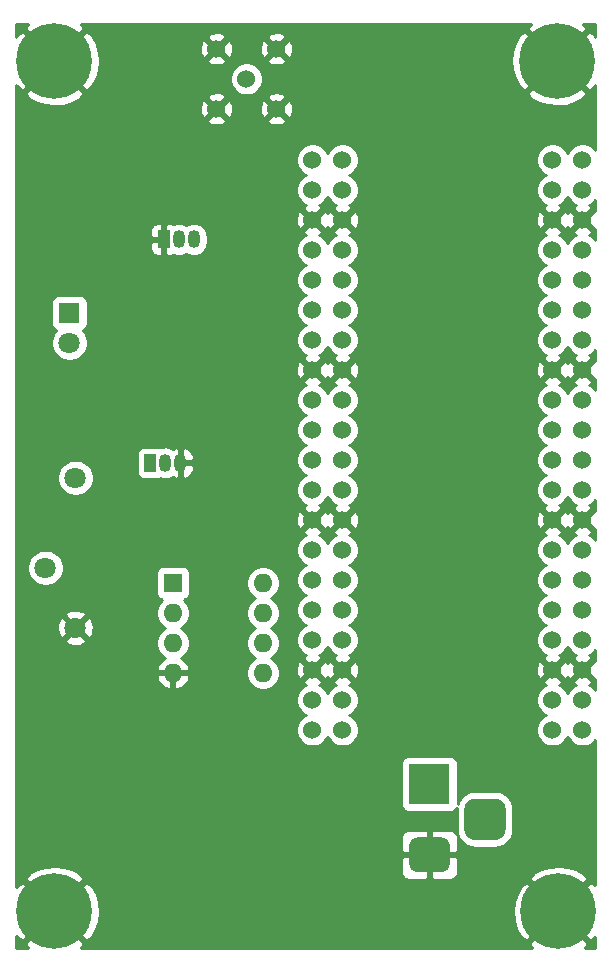
<source format=gbr>
%TF.GenerationSoftware,KiCad,Pcbnew,(5.1.10)-1*%
%TF.CreationDate,2021-08-06T14:13:42-04:00*%
%TF.ProjectId,LED_Pulser,4c45445f-5075-46c7-9365-722e6b696361,rev?*%
%TF.SameCoordinates,Original*%
%TF.FileFunction,Copper,L2,Bot*%
%TF.FilePolarity,Positive*%
%FSLAX46Y46*%
G04 Gerber Fmt 4.6, Leading zero omitted, Abs format (unit mm)*
G04 Created by KiCad (PCBNEW (5.1.10)-1) date 2021-08-06 14:13:42*
%MOMM*%
%LPD*%
G01*
G04 APERTURE LIST*
%TA.AperFunction,ComponentPad*%
%ADD10C,1.800000*%
%TD*%
%TA.AperFunction,ComponentPad*%
%ADD11C,6.400000*%
%TD*%
%TA.AperFunction,ComponentPad*%
%ADD12R,3.500000X3.500000*%
%TD*%
%TA.AperFunction,ComponentPad*%
%ADD13O,1.050000X1.500000*%
%TD*%
%TA.AperFunction,ComponentPad*%
%ADD14R,1.050000X1.500000*%
%TD*%
%TA.AperFunction,ComponentPad*%
%ADD15C,1.524000*%
%TD*%
%TA.AperFunction,ComponentPad*%
%ADD16O,1.600000X1.600000*%
%TD*%
%TA.AperFunction,ComponentPad*%
%ADD17R,1.600000X1.600000*%
%TD*%
%TA.AperFunction,ComponentPad*%
%ADD18R,1.800000X1.800000*%
%TD*%
%TA.AperFunction,ViaPad*%
%ADD19C,0.800000*%
%TD*%
%TA.AperFunction,Conductor*%
%ADD20C,0.254000*%
%TD*%
%TA.AperFunction,Conductor*%
%ADD21C,0.100000*%
%TD*%
G04 APERTURE END LIST*
D10*
%TO.P,RV1,3*%
%TO.N,GND*%
X165100000Y-137668000D03*
%TO.P,RV1,2*%
%TO.N,Net-(RV1-Pad2)*%
X162560000Y-132588000D03*
%TO.P,RV1,1*%
%TO.N,/VCC*%
X165100000Y-124968000D03*
%TD*%
D11*
%TO.P,H4,1*%
%TO.N,GND*%
X163322000Y-161671000D03*
%TD*%
%TO.P,H3,1*%
%TO.N,GND*%
X205994000Y-161671000D03*
%TD*%
%TO.P,H2,1*%
%TO.N,GND*%
X205867000Y-89662000D03*
%TD*%
%TO.P,H1,1*%
%TO.N,GND*%
X163322000Y-89662000D03*
%TD*%
D12*
%TO.P,J42,1*%
%TO.N,+15V*%
X195072000Y-150876000D03*
%TO.P,J42,2*%
%TO.N,GND*%
%TA.AperFunction,ComponentPad*%
G36*
G01*
X196072000Y-158376000D02*
X194072000Y-158376000D01*
G75*
G02*
X193322000Y-157626000I0J750000D01*
G01*
X193322000Y-156126000D01*
G75*
G02*
X194072000Y-155376000I750000J0D01*
G01*
X196072000Y-155376000D01*
G75*
G02*
X196822000Y-156126000I0J-750000D01*
G01*
X196822000Y-157626000D01*
G75*
G02*
X196072000Y-158376000I-750000J0D01*
G01*
G37*
%TD.AperFunction*%
%TO.P,J42,3*%
%TO.N,N/C*%
%TA.AperFunction,ComponentPad*%
G36*
G01*
X200647000Y-155626000D02*
X198897000Y-155626000D01*
G75*
G02*
X198022000Y-154751000I0J875000D01*
G01*
X198022000Y-153001000D01*
G75*
G02*
X198897000Y-152126000I875000J0D01*
G01*
X200647000Y-152126000D01*
G75*
G02*
X201522000Y-153001000I0J-875000D01*
G01*
X201522000Y-154751000D01*
G75*
G02*
X200647000Y-155626000I-875000J0D01*
G01*
G37*
%TD.AperFunction*%
%TD*%
D13*
%TO.P,U1,2*%
%TO.N,/VCC*%
X172720000Y-123698000D03*
%TO.P,U1,3*%
%TO.N,GND*%
X173990000Y-123698000D03*
D14*
%TO.P,U1,1*%
%TO.N,N/C*%
X171450000Y-123698000D03*
%TD*%
D15*
%TO.P,J41,1*%
%TO.N,GND*%
X185166000Y-128524000D03*
%TD*%
%TO.P,J40,1*%
%TO.N,GND*%
X208026000Y-115824000D03*
%TD*%
%TO.P,J39,1*%
%TO.N,GND*%
X185166000Y-141224000D03*
%TD*%
%TO.P,J38,1*%
%TO.N,GND*%
X208026000Y-141224000D03*
%TD*%
%TO.P,J37,1*%
%TO.N,Net-(J37-Pad1)*%
X208026000Y-136144000D03*
%TD*%
%TO.P,J36,1*%
%TO.N,Net-(J36-Pad1)*%
X208026000Y-131064000D03*
%TD*%
%TO.P,J35,1*%
%TO.N,Net-(J35-Pad1)*%
X208026000Y-125984000D03*
%TD*%
%TO.P,J34,1*%
%TO.N,Net-(J34-Pad1)*%
X208026000Y-120904000D03*
%TD*%
%TO.P,J33,1*%
%TO.N,Net-(J33-Pad1)*%
X208026000Y-110744000D03*
%TD*%
%TO.P,J32,1*%
%TO.N,Net-(J32-Pad1)*%
X208026000Y-105664000D03*
%TD*%
%TO.P,J31,1*%
%TO.N,/VCC*%
X208026000Y-100584000D03*
%TD*%
%TO.P,J30,1*%
%TO.N,Net-(J30-Pad1)*%
X208026000Y-143764000D03*
%TD*%
%TO.P,J29,1*%
%TO.N,Net-(J29-Pad1)*%
X208026000Y-138684000D03*
%TD*%
%TO.P,J28,1*%
%TO.N,Net-(J28-Pad1)*%
X208026000Y-133604000D03*
%TD*%
%TO.P,J27,1*%
%TO.N,Net-(J27-Pad1)*%
X208026000Y-123444000D03*
%TD*%
%TO.P,J26,1*%
%TO.N,Net-(J26-Pad1)*%
X208026000Y-118364000D03*
%TD*%
%TO.P,J25,1*%
%TO.N,Net-(J25-Pad1)*%
X208026000Y-113284000D03*
%TD*%
%TO.P,J24,1*%
%TO.N,Net-(J24-Pad1)*%
X208026000Y-108204000D03*
%TD*%
%TO.P,J23,1*%
%TO.N,Net-(J23-Pad1)*%
X208026000Y-98044000D03*
%TD*%
%TO.P,J22,1*%
%TO.N,Net-(J22-Pad1)*%
X208026000Y-146304000D03*
%TD*%
%TO.P,J21,1*%
%TO.N,Net-(J21-Pad1)*%
X185166000Y-98044000D03*
%TD*%
%TO.P,J20,1*%
%TO.N,Net-(J20-Pad1)*%
X185166000Y-146304000D03*
%TD*%
%TO.P,J19,1*%
%TO.N,Net-(J19-Pad1)*%
X185166000Y-136144000D03*
%TD*%
%TO.P,J18,1*%
%TO.N,Net-(J18-Pad1)*%
X185166000Y-131064000D03*
%TD*%
%TO.P,J17,1*%
%TO.N,Net-(J17-Pad1)*%
X185166000Y-125984000D03*
%TD*%
%TO.P,J16,1*%
%TO.N,Net-(J16-Pad1)*%
X185166000Y-120904000D03*
%TD*%
%TO.P,J15,1*%
%TO.N,Net-(J15-Pad1)*%
X185166000Y-110744000D03*
%TD*%
%TO.P,J14,1*%
%TO.N,Net-(J14-Pad1)*%
X185166000Y-105664000D03*
%TD*%
%TO.P,J13,1*%
%TO.N,Net-(J13-Pad1)*%
X185166000Y-143764000D03*
%TD*%
%TO.P,J12,1*%
%TO.N,Net-(J12-Pad1)*%
X185166000Y-138684000D03*
%TD*%
%TO.P,J11,1*%
%TO.N,Net-(J11-Pad1)*%
X185166000Y-133604000D03*
%TD*%
%TO.P,J10,1*%
%TO.N,Net-(J10-Pad1)*%
X185166000Y-123444000D03*
%TD*%
%TO.P,J9,1*%
%TO.N,Net-(J9-Pad1)*%
X185166000Y-118364000D03*
%TD*%
%TO.P,J8,1*%
%TO.N,Net-(J8-Pad1)*%
X185166000Y-113284000D03*
%TD*%
%TO.P,J7,1*%
%TO.N,Net-(J7-Pad1)*%
X185166000Y-108204000D03*
%TD*%
%TO.P,J6,1*%
%TO.N,GND*%
X208026000Y-128524000D03*
%TD*%
%TO.P,J5,1*%
%TO.N,GND*%
X208026000Y-103124000D03*
%TD*%
%TO.P,J4,1*%
%TO.N,GND*%
X185166000Y-115824000D03*
%TD*%
%TO.P,J3,1*%
%TO.N,GND*%
X185166000Y-103124000D03*
%TD*%
%TO.P,J2,1*%
%TO.N,Net-(J2-Pad1)*%
X185166000Y-100584000D03*
%TD*%
%TO.P,U4,1*%
%TO.N,Net-(J21-Pad1)*%
X187706000Y-98044000D03*
%TO.P,U4,2*%
%TO.N,Net-(J2-Pad1)*%
X187706000Y-100584000D03*
%TO.P,U4,3*%
%TO.N,GND*%
X187706000Y-103124000D03*
%TO.P,U4,4*%
%TO.N,Net-(J14-Pad1)*%
X187706000Y-105664000D03*
%TO.P,U4,5*%
%TO.N,Net-(J7-Pad1)*%
X187706000Y-108204000D03*
%TO.P,U4,6*%
%TO.N,Net-(J15-Pad1)*%
X187706000Y-110744000D03*
%TO.P,U4,7*%
%TO.N,Net-(J8-Pad1)*%
X187706000Y-113284000D03*
%TO.P,U4,8*%
%TO.N,GND*%
X187706000Y-115824000D03*
%TO.P,U4,16*%
%TO.N,Net-(J19-Pad1)*%
X187706000Y-136144000D03*
%TO.P,U4,15*%
%TO.N,Net-(J11-Pad1)*%
X187706000Y-133604000D03*
%TO.P,U4,10*%
%TO.N,Net-(J16-Pad1)*%
X187706000Y-120904000D03*
%TO.P,U4,9*%
%TO.N,Net-(J9-Pad1)*%
X187706000Y-118364000D03*
%TO.P,U4,12*%
%TO.N,Net-(J17-Pad1)*%
X187706000Y-125984000D03*
%TO.P,U4,13*%
%TO.N,GND*%
X187706000Y-128524000D03*
%TO.P,U4,11*%
%TO.N,Net-(J10-Pad1)*%
X187706000Y-123444000D03*
%TO.P,U4,14*%
%TO.N,Net-(J18-Pad1)*%
X187706000Y-131064000D03*
%TO.P,U4,20*%
%TO.N,Net-(J20-Pad1)*%
X187706000Y-146304000D03*
%TO.P,U4,18*%
%TO.N,GND*%
X187706000Y-141224000D03*
%TO.P,U4,19*%
%TO.N,Net-(J13-Pad1)*%
X187706000Y-143764000D03*
%TO.P,U4,17*%
%TO.N,Net-(J12-Pad1)*%
X187706000Y-138684000D03*
%TO.P,U4,40*%
%TO.N,Net-(J23-Pad1)*%
X205486000Y-98044000D03*
%TO.P,U4,28*%
%TO.N,GND*%
X205486000Y-128524000D03*
%TO.P,U4,29*%
%TO.N,Net-(J35-Pad1)*%
X205486000Y-125984000D03*
%TO.P,U4,25*%
%TO.N,Net-(J37-Pad1)*%
X205486000Y-136144000D03*
%TO.P,U4,39*%
%TO.N,/VCC*%
X205486000Y-100584000D03*
%TO.P,U4,26*%
%TO.N,Net-(J28-Pad1)*%
X205486000Y-133604000D03*
%TO.P,U4,21*%
%TO.N,Net-(J22-Pad1)*%
X205486000Y-146304000D03*
%TO.P,U4,33*%
%TO.N,GND*%
X205486000Y-115824000D03*
%TO.P,U4,23*%
X205486000Y-141224000D03*
%TO.P,U4,31*%
%TO.N,Net-(J34-Pad1)*%
X205486000Y-120904000D03*
%TO.P,U4,22*%
%TO.N,Net-(J30-Pad1)*%
X205486000Y-143764000D03*
%TO.P,U4,24*%
%TO.N,Net-(J29-Pad1)*%
X205486000Y-138684000D03*
%TO.P,U4,30*%
%TO.N,Net-(J27-Pad1)*%
X205486000Y-123444000D03*
%TO.P,U4,37*%
%TO.N,Net-(J32-Pad1)*%
X205486000Y-105664000D03*
%TO.P,U4,36*%
%TO.N,Net-(J24-Pad1)*%
X205486000Y-108204000D03*
%TO.P,U4,38*%
%TO.N,GND*%
X205486000Y-103124000D03*
%TO.P,U4,32*%
%TO.N,Net-(J26-Pad1)*%
X205486000Y-118364000D03*
%TO.P,U4,34*%
%TO.N,Net-(J25-Pad1)*%
X205486000Y-113284000D03*
%TO.P,U4,35*%
%TO.N,Net-(J33-Pad1)*%
X205486000Y-110744000D03*
%TO.P,U4,27*%
%TO.N,Net-(J36-Pad1)*%
X205486000Y-131064000D03*
%TD*%
%TO.P,J1,2*%
%TO.N,GND*%
X177038000Y-93726000D03*
X182118000Y-93726000D03*
X182118000Y-88646000D03*
X177038000Y-88646000D03*
%TO.P,J1,1*%
%TO.N,Net-(J1-Pad1)*%
X179578000Y-91186000D03*
%TD*%
D16*
%TO.P,U2,8*%
%TO.N,Net-(U2-Pad8)*%
X180975000Y-133858000D03*
%TO.P,U2,4*%
%TO.N,GND*%
X173355000Y-141478000D03*
%TO.P,U2,7*%
%TO.N,+15V*%
X180975000Y-136398000D03*
%TO.P,U2,3*%
%TO.N,Net-(RV1-Pad2)*%
X173355000Y-138938000D03*
%TO.P,U2,6*%
%TO.N,Net-(R4-Pad2)*%
X180975000Y-138938000D03*
%TO.P,U2,2*%
X173355000Y-136398000D03*
%TO.P,U2,5*%
%TO.N,Net-(U2-Pad5)*%
X180975000Y-141478000D03*
D17*
%TO.P,U2,1*%
%TO.N,Net-(U2-Pad1)*%
X173355000Y-133858000D03*
%TD*%
D14*
%TO.P,Q1,1*%
%TO.N,GND*%
X172593000Y-104775000D03*
D13*
%TO.P,Q1,3*%
%TO.N,Net-(C4-Pad1)*%
X175133000Y-104775000D03*
%TO.P,Q1,2*%
%TO.N,Net-(J1-Pad1)*%
X173863000Y-104775000D03*
%TD*%
D18*
%TO.P,D1,1*%
%TO.N,Net-(C4-Pad2)*%
X164592000Y-110998000D03*
D10*
%TO.P,D1,2*%
%TO.N,Net-(C3-Pad1)*%
X164592000Y-113538000D03*
%TD*%
D19*
%TO.N,GND*%
X162560000Y-102108000D03*
X172720000Y-107188000D03*
X193040000Y-92075000D03*
X161290000Y-118618000D03*
X187071000Y-93218000D03*
X181737000Y-108204000D03*
X181737000Y-117983000D03*
%TD*%
D20*
%TO.N,GND*%
X160800724Y-86961119D02*
X163322000Y-89482395D01*
X165843276Y-86961119D01*
X165531304Y-86537000D01*
X203657696Y-86537000D01*
X203345724Y-86961119D01*
X205867000Y-89482395D01*
X208388276Y-86961119D01*
X208076304Y-86537000D01*
X209119000Y-86537000D01*
X209119001Y-87469344D01*
X209119000Y-87469354D01*
X209119000Y-87606762D01*
X209084555Y-87541330D01*
X209057548Y-87500912D01*
X208567881Y-87140724D01*
X206046605Y-89662000D01*
X208567881Y-92183276D01*
X209057548Y-91823088D01*
X209119000Y-91709843D01*
X209119000Y-97165258D01*
X209111120Y-97153465D01*
X208916535Y-96958880D01*
X208687727Y-96805995D01*
X208433490Y-96700686D01*
X208163592Y-96647000D01*
X207888408Y-96647000D01*
X207618510Y-96700686D01*
X207364273Y-96805995D01*
X207135465Y-96958880D01*
X206940880Y-97153465D01*
X206787995Y-97382273D01*
X206756000Y-97459515D01*
X206724005Y-97382273D01*
X206571120Y-97153465D01*
X206376535Y-96958880D01*
X206147727Y-96805995D01*
X205893490Y-96700686D01*
X205623592Y-96647000D01*
X205348408Y-96647000D01*
X205078510Y-96700686D01*
X204824273Y-96805995D01*
X204595465Y-96958880D01*
X204400880Y-97153465D01*
X204247995Y-97382273D01*
X204142686Y-97636510D01*
X204089000Y-97906408D01*
X204089000Y-98181592D01*
X204142686Y-98451490D01*
X204247995Y-98705727D01*
X204400880Y-98934535D01*
X204595465Y-99129120D01*
X204824273Y-99282005D01*
X204901515Y-99314000D01*
X204824273Y-99345995D01*
X204595465Y-99498880D01*
X204400880Y-99693465D01*
X204247995Y-99922273D01*
X204142686Y-100176510D01*
X204089000Y-100446408D01*
X204089000Y-100721592D01*
X204142686Y-100991490D01*
X204247995Y-101245727D01*
X204400880Y-101474535D01*
X204595465Y-101669120D01*
X204824273Y-101822005D01*
X204895943Y-101851692D01*
X204882977Y-101856364D01*
X204767020Y-101918344D01*
X204700040Y-102158435D01*
X205486000Y-102944395D01*
X206271960Y-102158435D01*
X206204980Y-101918344D01*
X206069240Y-101854515D01*
X206147727Y-101822005D01*
X206376535Y-101669120D01*
X206571120Y-101474535D01*
X206724005Y-101245727D01*
X206756000Y-101168485D01*
X206787995Y-101245727D01*
X206940880Y-101474535D01*
X207135465Y-101669120D01*
X207364273Y-101822005D01*
X207435943Y-101851692D01*
X207422977Y-101856364D01*
X207307020Y-101918344D01*
X207240040Y-102158435D01*
X208026000Y-102944395D01*
X208811960Y-102158435D01*
X208744980Y-101918344D01*
X208609240Y-101854515D01*
X208687727Y-101822005D01*
X208916535Y-101669120D01*
X209111120Y-101474535D01*
X209119000Y-101462742D01*
X209119000Y-102373592D01*
X208991565Y-102338040D01*
X208205605Y-103124000D01*
X208991565Y-103909960D01*
X209119000Y-103874408D01*
X209119000Y-104785259D01*
X209111120Y-104773465D01*
X208916535Y-104578880D01*
X208687727Y-104425995D01*
X208616057Y-104396308D01*
X208629023Y-104391636D01*
X208744980Y-104329656D01*
X208811960Y-104089565D01*
X208026000Y-103303605D01*
X207240040Y-104089565D01*
X207307020Y-104329656D01*
X207442760Y-104393485D01*
X207364273Y-104425995D01*
X207135465Y-104578880D01*
X206940880Y-104773465D01*
X206787995Y-105002273D01*
X206756000Y-105079515D01*
X206724005Y-105002273D01*
X206571120Y-104773465D01*
X206376535Y-104578880D01*
X206147727Y-104425995D01*
X206076057Y-104396308D01*
X206089023Y-104391636D01*
X206204980Y-104329656D01*
X206271960Y-104089565D01*
X205486000Y-103303605D01*
X204700040Y-104089565D01*
X204767020Y-104329656D01*
X204902760Y-104393485D01*
X204824273Y-104425995D01*
X204595465Y-104578880D01*
X204400880Y-104773465D01*
X204247995Y-105002273D01*
X204142686Y-105256510D01*
X204089000Y-105526408D01*
X204089000Y-105801592D01*
X204142686Y-106071490D01*
X204247995Y-106325727D01*
X204400880Y-106554535D01*
X204595465Y-106749120D01*
X204824273Y-106902005D01*
X204901515Y-106934000D01*
X204824273Y-106965995D01*
X204595465Y-107118880D01*
X204400880Y-107313465D01*
X204247995Y-107542273D01*
X204142686Y-107796510D01*
X204089000Y-108066408D01*
X204089000Y-108341592D01*
X204142686Y-108611490D01*
X204247995Y-108865727D01*
X204400880Y-109094535D01*
X204595465Y-109289120D01*
X204824273Y-109442005D01*
X204901515Y-109474000D01*
X204824273Y-109505995D01*
X204595465Y-109658880D01*
X204400880Y-109853465D01*
X204247995Y-110082273D01*
X204142686Y-110336510D01*
X204089000Y-110606408D01*
X204089000Y-110881592D01*
X204142686Y-111151490D01*
X204247995Y-111405727D01*
X204400880Y-111634535D01*
X204595465Y-111829120D01*
X204824273Y-111982005D01*
X204901515Y-112014000D01*
X204824273Y-112045995D01*
X204595465Y-112198880D01*
X204400880Y-112393465D01*
X204247995Y-112622273D01*
X204142686Y-112876510D01*
X204089000Y-113146408D01*
X204089000Y-113421592D01*
X204142686Y-113691490D01*
X204247995Y-113945727D01*
X204400880Y-114174535D01*
X204595465Y-114369120D01*
X204824273Y-114522005D01*
X204895943Y-114551692D01*
X204882977Y-114556364D01*
X204767020Y-114618344D01*
X204700040Y-114858435D01*
X205486000Y-115644395D01*
X206271960Y-114858435D01*
X206204980Y-114618344D01*
X206069240Y-114554515D01*
X206147727Y-114522005D01*
X206376535Y-114369120D01*
X206571120Y-114174535D01*
X206724005Y-113945727D01*
X206756000Y-113868485D01*
X206787995Y-113945727D01*
X206940880Y-114174535D01*
X207135465Y-114369120D01*
X207364273Y-114522005D01*
X207435943Y-114551692D01*
X207422977Y-114556364D01*
X207307020Y-114618344D01*
X207240040Y-114858435D01*
X208026000Y-115644395D01*
X208811960Y-114858435D01*
X208744980Y-114618344D01*
X208609240Y-114554515D01*
X208687727Y-114522005D01*
X208916535Y-114369120D01*
X209111120Y-114174535D01*
X209119000Y-114162741D01*
X209119000Y-115073592D01*
X208991565Y-115038040D01*
X208205605Y-115824000D01*
X208991565Y-116609960D01*
X209119000Y-116574408D01*
X209119000Y-117485259D01*
X209111120Y-117473465D01*
X208916535Y-117278880D01*
X208687727Y-117125995D01*
X208616057Y-117096308D01*
X208629023Y-117091636D01*
X208744980Y-117029656D01*
X208811960Y-116789565D01*
X208026000Y-116003605D01*
X207240040Y-116789565D01*
X207307020Y-117029656D01*
X207442760Y-117093485D01*
X207364273Y-117125995D01*
X207135465Y-117278880D01*
X206940880Y-117473465D01*
X206787995Y-117702273D01*
X206756000Y-117779515D01*
X206724005Y-117702273D01*
X206571120Y-117473465D01*
X206376535Y-117278880D01*
X206147727Y-117125995D01*
X206076057Y-117096308D01*
X206089023Y-117091636D01*
X206204980Y-117029656D01*
X206271960Y-116789565D01*
X205486000Y-116003605D01*
X204700040Y-116789565D01*
X204767020Y-117029656D01*
X204902760Y-117093485D01*
X204824273Y-117125995D01*
X204595465Y-117278880D01*
X204400880Y-117473465D01*
X204247995Y-117702273D01*
X204142686Y-117956510D01*
X204089000Y-118226408D01*
X204089000Y-118501592D01*
X204142686Y-118771490D01*
X204247995Y-119025727D01*
X204400880Y-119254535D01*
X204595465Y-119449120D01*
X204824273Y-119602005D01*
X204901515Y-119634000D01*
X204824273Y-119665995D01*
X204595465Y-119818880D01*
X204400880Y-120013465D01*
X204247995Y-120242273D01*
X204142686Y-120496510D01*
X204089000Y-120766408D01*
X204089000Y-121041592D01*
X204142686Y-121311490D01*
X204247995Y-121565727D01*
X204400880Y-121794535D01*
X204595465Y-121989120D01*
X204824273Y-122142005D01*
X204901515Y-122174000D01*
X204824273Y-122205995D01*
X204595465Y-122358880D01*
X204400880Y-122553465D01*
X204247995Y-122782273D01*
X204142686Y-123036510D01*
X204089000Y-123306408D01*
X204089000Y-123581592D01*
X204142686Y-123851490D01*
X204247995Y-124105727D01*
X204400880Y-124334535D01*
X204595465Y-124529120D01*
X204824273Y-124682005D01*
X204901515Y-124714000D01*
X204824273Y-124745995D01*
X204595465Y-124898880D01*
X204400880Y-125093465D01*
X204247995Y-125322273D01*
X204142686Y-125576510D01*
X204089000Y-125846408D01*
X204089000Y-126121592D01*
X204142686Y-126391490D01*
X204247995Y-126645727D01*
X204400880Y-126874535D01*
X204595465Y-127069120D01*
X204824273Y-127222005D01*
X204895943Y-127251692D01*
X204882977Y-127256364D01*
X204767020Y-127318344D01*
X204700040Y-127558435D01*
X205486000Y-128344395D01*
X206271960Y-127558435D01*
X206204980Y-127318344D01*
X206069240Y-127254515D01*
X206147727Y-127222005D01*
X206376535Y-127069120D01*
X206571120Y-126874535D01*
X206724005Y-126645727D01*
X206756000Y-126568485D01*
X206787995Y-126645727D01*
X206940880Y-126874535D01*
X207135465Y-127069120D01*
X207364273Y-127222005D01*
X207435943Y-127251692D01*
X207422977Y-127256364D01*
X207307020Y-127318344D01*
X207240040Y-127558435D01*
X208026000Y-128344395D01*
X208811960Y-127558435D01*
X208744980Y-127318344D01*
X208609240Y-127254515D01*
X208687727Y-127222005D01*
X208916535Y-127069120D01*
X209111120Y-126874535D01*
X209119001Y-126862741D01*
X209119001Y-127773592D01*
X208991565Y-127738040D01*
X208205605Y-128524000D01*
X208991565Y-129309960D01*
X209119001Y-129274408D01*
X209119001Y-130185259D01*
X209111120Y-130173465D01*
X208916535Y-129978880D01*
X208687727Y-129825995D01*
X208616057Y-129796308D01*
X208629023Y-129791636D01*
X208744980Y-129729656D01*
X208811960Y-129489565D01*
X208026000Y-128703605D01*
X207240040Y-129489565D01*
X207307020Y-129729656D01*
X207442760Y-129793485D01*
X207364273Y-129825995D01*
X207135465Y-129978880D01*
X206940880Y-130173465D01*
X206787995Y-130402273D01*
X206756000Y-130479515D01*
X206724005Y-130402273D01*
X206571120Y-130173465D01*
X206376535Y-129978880D01*
X206147727Y-129825995D01*
X206076057Y-129796308D01*
X206089023Y-129791636D01*
X206204980Y-129729656D01*
X206271960Y-129489565D01*
X205486000Y-128703605D01*
X204700040Y-129489565D01*
X204767020Y-129729656D01*
X204902760Y-129793485D01*
X204824273Y-129825995D01*
X204595465Y-129978880D01*
X204400880Y-130173465D01*
X204247995Y-130402273D01*
X204142686Y-130656510D01*
X204089000Y-130926408D01*
X204089000Y-131201592D01*
X204142686Y-131471490D01*
X204247995Y-131725727D01*
X204400880Y-131954535D01*
X204595465Y-132149120D01*
X204824273Y-132302005D01*
X204901515Y-132334000D01*
X204824273Y-132365995D01*
X204595465Y-132518880D01*
X204400880Y-132713465D01*
X204247995Y-132942273D01*
X204142686Y-133196510D01*
X204089000Y-133466408D01*
X204089000Y-133741592D01*
X204142686Y-134011490D01*
X204247995Y-134265727D01*
X204400880Y-134494535D01*
X204595465Y-134689120D01*
X204824273Y-134842005D01*
X204901515Y-134874000D01*
X204824273Y-134905995D01*
X204595465Y-135058880D01*
X204400880Y-135253465D01*
X204247995Y-135482273D01*
X204142686Y-135736510D01*
X204089000Y-136006408D01*
X204089000Y-136281592D01*
X204142686Y-136551490D01*
X204247995Y-136805727D01*
X204400880Y-137034535D01*
X204595465Y-137229120D01*
X204824273Y-137382005D01*
X204901515Y-137414000D01*
X204824273Y-137445995D01*
X204595465Y-137598880D01*
X204400880Y-137793465D01*
X204247995Y-138022273D01*
X204142686Y-138276510D01*
X204089000Y-138546408D01*
X204089000Y-138821592D01*
X204142686Y-139091490D01*
X204247995Y-139345727D01*
X204400880Y-139574535D01*
X204595465Y-139769120D01*
X204824273Y-139922005D01*
X204895943Y-139951692D01*
X204882977Y-139956364D01*
X204767020Y-140018344D01*
X204700040Y-140258435D01*
X205486000Y-141044395D01*
X206271960Y-140258435D01*
X206204980Y-140018344D01*
X206069240Y-139954515D01*
X206147727Y-139922005D01*
X206376535Y-139769120D01*
X206571120Y-139574535D01*
X206724005Y-139345727D01*
X206756000Y-139268485D01*
X206787995Y-139345727D01*
X206940880Y-139574535D01*
X207135465Y-139769120D01*
X207364273Y-139922005D01*
X207435943Y-139951692D01*
X207422977Y-139956364D01*
X207307020Y-140018344D01*
X207240040Y-140258435D01*
X208026000Y-141044395D01*
X208811960Y-140258435D01*
X208744980Y-140018344D01*
X208609240Y-139954515D01*
X208687727Y-139922005D01*
X208916535Y-139769120D01*
X209111120Y-139574535D01*
X209119001Y-139562741D01*
X209119001Y-140473592D01*
X208991565Y-140438040D01*
X208205605Y-141224000D01*
X208991565Y-142009960D01*
X209119001Y-141974408D01*
X209119001Y-142885259D01*
X209111120Y-142873465D01*
X208916535Y-142678880D01*
X208687727Y-142525995D01*
X208616057Y-142496308D01*
X208629023Y-142491636D01*
X208744980Y-142429656D01*
X208811960Y-142189565D01*
X208026000Y-141403605D01*
X207240040Y-142189565D01*
X207307020Y-142429656D01*
X207442760Y-142493485D01*
X207364273Y-142525995D01*
X207135465Y-142678880D01*
X206940880Y-142873465D01*
X206787995Y-143102273D01*
X206756000Y-143179515D01*
X206724005Y-143102273D01*
X206571120Y-142873465D01*
X206376535Y-142678880D01*
X206147727Y-142525995D01*
X206076057Y-142496308D01*
X206089023Y-142491636D01*
X206204980Y-142429656D01*
X206271960Y-142189565D01*
X205486000Y-141403605D01*
X204700040Y-142189565D01*
X204767020Y-142429656D01*
X204902760Y-142493485D01*
X204824273Y-142525995D01*
X204595465Y-142678880D01*
X204400880Y-142873465D01*
X204247995Y-143102273D01*
X204142686Y-143356510D01*
X204089000Y-143626408D01*
X204089000Y-143901592D01*
X204142686Y-144171490D01*
X204247995Y-144425727D01*
X204400880Y-144654535D01*
X204595465Y-144849120D01*
X204824273Y-145002005D01*
X204901515Y-145034000D01*
X204824273Y-145065995D01*
X204595465Y-145218880D01*
X204400880Y-145413465D01*
X204247995Y-145642273D01*
X204142686Y-145896510D01*
X204089000Y-146166408D01*
X204089000Y-146441592D01*
X204142686Y-146711490D01*
X204247995Y-146965727D01*
X204400880Y-147194535D01*
X204595465Y-147389120D01*
X204824273Y-147542005D01*
X205078510Y-147647314D01*
X205348408Y-147701000D01*
X205623592Y-147701000D01*
X205893490Y-147647314D01*
X206147727Y-147542005D01*
X206376535Y-147389120D01*
X206571120Y-147194535D01*
X206724005Y-146965727D01*
X206756000Y-146888485D01*
X206787995Y-146965727D01*
X206940880Y-147194535D01*
X207135465Y-147389120D01*
X207364273Y-147542005D01*
X207618510Y-147647314D01*
X207888408Y-147701000D01*
X208163592Y-147701000D01*
X208433490Y-147647314D01*
X208687727Y-147542005D01*
X208916535Y-147389120D01*
X209111120Y-147194535D01*
X209119001Y-147182741D01*
X209119001Y-159461697D01*
X208694881Y-159149724D01*
X206173605Y-161671000D01*
X208694881Y-164192276D01*
X209119001Y-163880303D01*
X209119001Y-164796000D01*
X208203304Y-164796000D01*
X208515276Y-164371881D01*
X205994000Y-161850605D01*
X203472724Y-164371881D01*
X203784696Y-164796000D01*
X165531304Y-164796000D01*
X165843276Y-164371881D01*
X163322000Y-161850605D01*
X160800724Y-164371881D01*
X161112696Y-164796000D01*
X160070000Y-164796000D01*
X160070000Y-163726238D01*
X160104445Y-163791670D01*
X160131452Y-163832088D01*
X160621119Y-164192276D01*
X163142395Y-161671000D01*
X163501605Y-161671000D01*
X166022881Y-164192276D01*
X166512548Y-163832088D01*
X166872849Y-163168118D01*
X167096694Y-162446615D01*
X167175480Y-161695305D01*
X167171002Y-161646695D01*
X202140520Y-161646695D01*
X202209822Y-162398938D01*
X202424548Y-163123208D01*
X202776445Y-163791670D01*
X202803452Y-163832088D01*
X203293119Y-164192276D01*
X205814395Y-161671000D01*
X203293119Y-159149724D01*
X202803452Y-159509912D01*
X202443151Y-160173882D01*
X202219306Y-160895385D01*
X202140520Y-161646695D01*
X167171002Y-161646695D01*
X167106178Y-160943062D01*
X166891452Y-160218792D01*
X166539555Y-159550330D01*
X166512548Y-159509912D01*
X166022881Y-159149724D01*
X163501605Y-161671000D01*
X163142395Y-161671000D01*
X160621119Y-159149724D01*
X160131452Y-159509912D01*
X160070000Y-159623157D01*
X160070000Y-158970119D01*
X160800724Y-158970119D01*
X163322000Y-161491395D01*
X165843276Y-158970119D01*
X165483088Y-158480452D01*
X165290602Y-158376000D01*
X192683928Y-158376000D01*
X192696188Y-158500482D01*
X192732498Y-158620180D01*
X192791463Y-158730494D01*
X192870815Y-158827185D01*
X192967506Y-158906537D01*
X193077820Y-158965502D01*
X193197518Y-159001812D01*
X193322000Y-159014072D01*
X194786250Y-159011000D01*
X194945000Y-158852250D01*
X194945000Y-157003000D01*
X195199000Y-157003000D01*
X195199000Y-158852250D01*
X195357750Y-159011000D01*
X196822000Y-159014072D01*
X196946482Y-159001812D01*
X197050959Y-158970119D01*
X203472724Y-158970119D01*
X205994000Y-161491395D01*
X208515276Y-158970119D01*
X208155088Y-158480452D01*
X207491118Y-158120151D01*
X206769615Y-157896306D01*
X206018305Y-157817520D01*
X205266062Y-157886822D01*
X204541792Y-158101548D01*
X203873330Y-158453445D01*
X203832912Y-158480452D01*
X203472724Y-158970119D01*
X197050959Y-158970119D01*
X197066180Y-158965502D01*
X197176494Y-158906537D01*
X197273185Y-158827185D01*
X197352537Y-158730494D01*
X197411502Y-158620180D01*
X197447812Y-158500482D01*
X197460072Y-158376000D01*
X197457000Y-157161750D01*
X197298250Y-157003000D01*
X195199000Y-157003000D01*
X194945000Y-157003000D01*
X192845750Y-157003000D01*
X192687000Y-157161750D01*
X192683928Y-158376000D01*
X165290602Y-158376000D01*
X164819118Y-158120151D01*
X164097615Y-157896306D01*
X163346305Y-157817520D01*
X162594062Y-157886822D01*
X161869792Y-158101548D01*
X161201330Y-158453445D01*
X161160912Y-158480452D01*
X160800724Y-158970119D01*
X160070000Y-158970119D01*
X160070000Y-155376000D01*
X192683928Y-155376000D01*
X192687000Y-156590250D01*
X192845750Y-156749000D01*
X194945000Y-156749000D01*
X194945000Y-154899750D01*
X195199000Y-154899750D01*
X195199000Y-156749000D01*
X197298250Y-156749000D01*
X197457000Y-156590250D01*
X197460072Y-155376000D01*
X197447812Y-155251518D01*
X197411502Y-155131820D01*
X197352537Y-155021506D01*
X197273185Y-154924815D01*
X197176494Y-154845463D01*
X197066180Y-154786498D01*
X196946482Y-154750188D01*
X196822000Y-154737928D01*
X195357750Y-154741000D01*
X195199000Y-154899750D01*
X194945000Y-154899750D01*
X194786250Y-154741000D01*
X193322000Y-154737928D01*
X193197518Y-154750188D01*
X193077820Y-154786498D01*
X192967506Y-154845463D01*
X192870815Y-154924815D01*
X192791463Y-155021506D01*
X192732498Y-155131820D01*
X192696188Y-155251518D01*
X192683928Y-155376000D01*
X160070000Y-155376000D01*
X160070000Y-149126000D01*
X192683928Y-149126000D01*
X192683928Y-152626000D01*
X192696188Y-152750482D01*
X192732498Y-152870180D01*
X192791463Y-152980494D01*
X192870815Y-153077185D01*
X192967506Y-153156537D01*
X193077820Y-153215502D01*
X193197518Y-153251812D01*
X193322000Y-153264072D01*
X196822000Y-153264072D01*
X196946482Y-153251812D01*
X197066180Y-153215502D01*
X197176494Y-153156537D01*
X197273185Y-153077185D01*
X197352537Y-152980494D01*
X197393494Y-152903869D01*
X197383928Y-153001000D01*
X197383928Y-154751000D01*
X197413001Y-155046186D01*
X197499104Y-155330028D01*
X197638927Y-155591618D01*
X197827097Y-155820903D01*
X198056382Y-156009073D01*
X198317972Y-156148896D01*
X198601814Y-156234999D01*
X198897000Y-156264072D01*
X200647000Y-156264072D01*
X200942186Y-156234999D01*
X201226028Y-156148896D01*
X201487618Y-156009073D01*
X201716903Y-155820903D01*
X201905073Y-155591618D01*
X202044896Y-155330028D01*
X202130999Y-155046186D01*
X202160072Y-154751000D01*
X202160072Y-153001000D01*
X202130999Y-152705814D01*
X202044896Y-152421972D01*
X201905073Y-152160382D01*
X201716903Y-151931097D01*
X201487618Y-151742927D01*
X201226028Y-151603104D01*
X200942186Y-151517001D01*
X200647000Y-151487928D01*
X198897000Y-151487928D01*
X198601814Y-151517001D01*
X198317972Y-151603104D01*
X198056382Y-151742927D01*
X197827097Y-151931097D01*
X197638927Y-152160382D01*
X197499104Y-152421972D01*
X197460072Y-152550643D01*
X197460072Y-149126000D01*
X197447812Y-149001518D01*
X197411502Y-148881820D01*
X197352537Y-148771506D01*
X197273185Y-148674815D01*
X197176494Y-148595463D01*
X197066180Y-148536498D01*
X196946482Y-148500188D01*
X196822000Y-148487928D01*
X193322000Y-148487928D01*
X193197518Y-148500188D01*
X193077820Y-148536498D01*
X192967506Y-148595463D01*
X192870815Y-148674815D01*
X192791463Y-148771506D01*
X192732498Y-148881820D01*
X192696188Y-149001518D01*
X192683928Y-149126000D01*
X160070000Y-149126000D01*
X160070000Y-143626408D01*
X183769000Y-143626408D01*
X183769000Y-143901592D01*
X183822686Y-144171490D01*
X183927995Y-144425727D01*
X184080880Y-144654535D01*
X184275465Y-144849120D01*
X184504273Y-145002005D01*
X184581515Y-145034000D01*
X184504273Y-145065995D01*
X184275465Y-145218880D01*
X184080880Y-145413465D01*
X183927995Y-145642273D01*
X183822686Y-145896510D01*
X183769000Y-146166408D01*
X183769000Y-146441592D01*
X183822686Y-146711490D01*
X183927995Y-146965727D01*
X184080880Y-147194535D01*
X184275465Y-147389120D01*
X184504273Y-147542005D01*
X184758510Y-147647314D01*
X185028408Y-147701000D01*
X185303592Y-147701000D01*
X185573490Y-147647314D01*
X185827727Y-147542005D01*
X186056535Y-147389120D01*
X186251120Y-147194535D01*
X186404005Y-146965727D01*
X186436000Y-146888485D01*
X186467995Y-146965727D01*
X186620880Y-147194535D01*
X186815465Y-147389120D01*
X187044273Y-147542005D01*
X187298510Y-147647314D01*
X187568408Y-147701000D01*
X187843592Y-147701000D01*
X188113490Y-147647314D01*
X188367727Y-147542005D01*
X188596535Y-147389120D01*
X188791120Y-147194535D01*
X188944005Y-146965727D01*
X189049314Y-146711490D01*
X189103000Y-146441592D01*
X189103000Y-146166408D01*
X189049314Y-145896510D01*
X188944005Y-145642273D01*
X188791120Y-145413465D01*
X188596535Y-145218880D01*
X188367727Y-145065995D01*
X188290485Y-145034000D01*
X188367727Y-145002005D01*
X188596535Y-144849120D01*
X188791120Y-144654535D01*
X188944005Y-144425727D01*
X189049314Y-144171490D01*
X189103000Y-143901592D01*
X189103000Y-143626408D01*
X189049314Y-143356510D01*
X188944005Y-143102273D01*
X188791120Y-142873465D01*
X188596535Y-142678880D01*
X188367727Y-142525995D01*
X188296057Y-142496308D01*
X188309023Y-142491636D01*
X188424980Y-142429656D01*
X188491960Y-142189565D01*
X187706000Y-141403605D01*
X186920040Y-142189565D01*
X186987020Y-142429656D01*
X187122760Y-142493485D01*
X187044273Y-142525995D01*
X186815465Y-142678880D01*
X186620880Y-142873465D01*
X186467995Y-143102273D01*
X186436000Y-143179515D01*
X186404005Y-143102273D01*
X186251120Y-142873465D01*
X186056535Y-142678880D01*
X185827727Y-142525995D01*
X185756057Y-142496308D01*
X185769023Y-142491636D01*
X185884980Y-142429656D01*
X185951960Y-142189565D01*
X185166000Y-141403605D01*
X184380040Y-142189565D01*
X184447020Y-142429656D01*
X184582760Y-142493485D01*
X184504273Y-142525995D01*
X184275465Y-142678880D01*
X184080880Y-142873465D01*
X183927995Y-143102273D01*
X183822686Y-143356510D01*
X183769000Y-143626408D01*
X160070000Y-143626408D01*
X160070000Y-141827039D01*
X171963096Y-141827039D01*
X172003754Y-141961087D01*
X172123963Y-142215420D01*
X172291481Y-142441414D01*
X172499869Y-142630385D01*
X172741119Y-142775070D01*
X173005960Y-142869909D01*
X173228000Y-142748624D01*
X173228000Y-141605000D01*
X173482000Y-141605000D01*
X173482000Y-142748624D01*
X173704040Y-142869909D01*
X173968881Y-142775070D01*
X174210131Y-142630385D01*
X174418519Y-142441414D01*
X174586037Y-142215420D01*
X174706246Y-141961087D01*
X174746904Y-141827039D01*
X174624915Y-141605000D01*
X173482000Y-141605000D01*
X173228000Y-141605000D01*
X172085085Y-141605000D01*
X171963096Y-141827039D01*
X160070000Y-141827039D01*
X160070000Y-138732080D01*
X164215525Y-138732080D01*
X164299208Y-138986261D01*
X164571775Y-139117158D01*
X164864642Y-139192365D01*
X165166553Y-139208991D01*
X165465907Y-139166397D01*
X165751199Y-139066222D01*
X165900792Y-138986261D01*
X165984475Y-138732080D01*
X165100000Y-137847605D01*
X164215525Y-138732080D01*
X160070000Y-138732080D01*
X160070000Y-137734553D01*
X163559009Y-137734553D01*
X163601603Y-138033907D01*
X163701778Y-138319199D01*
X163781739Y-138468792D01*
X164035920Y-138552475D01*
X164920395Y-137668000D01*
X165279605Y-137668000D01*
X166164080Y-138552475D01*
X166418261Y-138468792D01*
X166549158Y-138196225D01*
X166624365Y-137903358D01*
X166640991Y-137601447D01*
X166598397Y-137302093D01*
X166498222Y-137016801D01*
X166418261Y-136867208D01*
X166164080Y-136783525D01*
X165279605Y-137668000D01*
X164920395Y-137668000D01*
X164035920Y-136783525D01*
X163781739Y-136867208D01*
X163650842Y-137139775D01*
X163575635Y-137432642D01*
X163559009Y-137734553D01*
X160070000Y-137734553D01*
X160070000Y-136603920D01*
X164215525Y-136603920D01*
X165100000Y-137488395D01*
X165984475Y-136603920D01*
X165900792Y-136349739D01*
X165628225Y-136218842D01*
X165335358Y-136143635D01*
X165033447Y-136127009D01*
X164734093Y-136169603D01*
X164448801Y-136269778D01*
X164299208Y-136349739D01*
X164215525Y-136603920D01*
X160070000Y-136603920D01*
X160070000Y-132436816D01*
X161025000Y-132436816D01*
X161025000Y-132739184D01*
X161083989Y-133035743D01*
X161199701Y-133315095D01*
X161367688Y-133566505D01*
X161581495Y-133780312D01*
X161832905Y-133948299D01*
X162112257Y-134064011D01*
X162408816Y-134123000D01*
X162711184Y-134123000D01*
X163007743Y-134064011D01*
X163287095Y-133948299D01*
X163538505Y-133780312D01*
X163752312Y-133566505D01*
X163920299Y-133315095D01*
X164026791Y-133058000D01*
X171916928Y-133058000D01*
X171916928Y-134658000D01*
X171929188Y-134782482D01*
X171965498Y-134902180D01*
X172024463Y-135012494D01*
X172103815Y-135109185D01*
X172200506Y-135188537D01*
X172310820Y-135247502D01*
X172430518Y-135283812D01*
X172438961Y-135284643D01*
X172240363Y-135483241D01*
X172083320Y-135718273D01*
X171975147Y-135979426D01*
X171920000Y-136256665D01*
X171920000Y-136539335D01*
X171975147Y-136816574D01*
X172083320Y-137077727D01*
X172240363Y-137312759D01*
X172440241Y-137512637D01*
X172672759Y-137668000D01*
X172440241Y-137823363D01*
X172240363Y-138023241D01*
X172083320Y-138258273D01*
X171975147Y-138519426D01*
X171920000Y-138796665D01*
X171920000Y-139079335D01*
X171975147Y-139356574D01*
X172083320Y-139617727D01*
X172240363Y-139852759D01*
X172440241Y-140052637D01*
X172675273Y-140209680D01*
X172685865Y-140214067D01*
X172499869Y-140325615D01*
X172291481Y-140514586D01*
X172123963Y-140740580D01*
X172003754Y-140994913D01*
X171963096Y-141128961D01*
X172085085Y-141351000D01*
X173228000Y-141351000D01*
X173228000Y-141331000D01*
X173482000Y-141331000D01*
X173482000Y-141351000D01*
X174624915Y-141351000D01*
X174746904Y-141128961D01*
X174706246Y-140994913D01*
X174586037Y-140740580D01*
X174418519Y-140514586D01*
X174210131Y-140325615D01*
X174024135Y-140214067D01*
X174034727Y-140209680D01*
X174269759Y-140052637D01*
X174469637Y-139852759D01*
X174626680Y-139617727D01*
X174734853Y-139356574D01*
X174790000Y-139079335D01*
X174790000Y-138796665D01*
X174734853Y-138519426D01*
X174626680Y-138258273D01*
X174469637Y-138023241D01*
X174269759Y-137823363D01*
X174037241Y-137668000D01*
X174269759Y-137512637D01*
X174469637Y-137312759D01*
X174626680Y-137077727D01*
X174734853Y-136816574D01*
X174790000Y-136539335D01*
X174790000Y-136256665D01*
X174734853Y-135979426D01*
X174626680Y-135718273D01*
X174469637Y-135483241D01*
X174271039Y-135284643D01*
X174279482Y-135283812D01*
X174399180Y-135247502D01*
X174509494Y-135188537D01*
X174606185Y-135109185D01*
X174685537Y-135012494D01*
X174744502Y-134902180D01*
X174780812Y-134782482D01*
X174793072Y-134658000D01*
X174793072Y-133716665D01*
X179540000Y-133716665D01*
X179540000Y-133999335D01*
X179595147Y-134276574D01*
X179703320Y-134537727D01*
X179860363Y-134772759D01*
X180060241Y-134972637D01*
X180292759Y-135128000D01*
X180060241Y-135283363D01*
X179860363Y-135483241D01*
X179703320Y-135718273D01*
X179595147Y-135979426D01*
X179540000Y-136256665D01*
X179540000Y-136539335D01*
X179595147Y-136816574D01*
X179703320Y-137077727D01*
X179860363Y-137312759D01*
X180060241Y-137512637D01*
X180292759Y-137668000D01*
X180060241Y-137823363D01*
X179860363Y-138023241D01*
X179703320Y-138258273D01*
X179595147Y-138519426D01*
X179540000Y-138796665D01*
X179540000Y-139079335D01*
X179595147Y-139356574D01*
X179703320Y-139617727D01*
X179860363Y-139852759D01*
X180060241Y-140052637D01*
X180292759Y-140208000D01*
X180060241Y-140363363D01*
X179860363Y-140563241D01*
X179703320Y-140798273D01*
X179595147Y-141059426D01*
X179540000Y-141336665D01*
X179540000Y-141619335D01*
X179595147Y-141896574D01*
X179703320Y-142157727D01*
X179860363Y-142392759D01*
X180060241Y-142592637D01*
X180295273Y-142749680D01*
X180556426Y-142857853D01*
X180833665Y-142913000D01*
X181116335Y-142913000D01*
X181393574Y-142857853D01*
X181654727Y-142749680D01*
X181889759Y-142592637D01*
X182089637Y-142392759D01*
X182246680Y-142157727D01*
X182354853Y-141896574D01*
X182410000Y-141619335D01*
X182410000Y-141336665D01*
X182401915Y-141296017D01*
X183764090Y-141296017D01*
X183805078Y-141568133D01*
X183898364Y-141827023D01*
X183960344Y-141942980D01*
X184200435Y-142009960D01*
X184986395Y-141224000D01*
X185345605Y-141224000D01*
X186131565Y-142009960D01*
X186371656Y-141942980D01*
X186433079Y-141812356D01*
X186438364Y-141827023D01*
X186500344Y-141942980D01*
X186740435Y-142009960D01*
X187526395Y-141224000D01*
X187885605Y-141224000D01*
X188671565Y-142009960D01*
X188911656Y-141942980D01*
X189028756Y-141693952D01*
X189095023Y-141426865D01*
X189101157Y-141296017D01*
X204084090Y-141296017D01*
X204125078Y-141568133D01*
X204218364Y-141827023D01*
X204280344Y-141942980D01*
X204520435Y-142009960D01*
X205306395Y-141224000D01*
X205665605Y-141224000D01*
X206451565Y-142009960D01*
X206691656Y-141942980D01*
X206753079Y-141812356D01*
X206758364Y-141827023D01*
X206820344Y-141942980D01*
X207060435Y-142009960D01*
X207846395Y-141224000D01*
X207060435Y-140438040D01*
X206820344Y-140505020D01*
X206758921Y-140635644D01*
X206753636Y-140620977D01*
X206691656Y-140505020D01*
X206451565Y-140438040D01*
X205665605Y-141224000D01*
X205306395Y-141224000D01*
X204520435Y-140438040D01*
X204280344Y-140505020D01*
X204163244Y-140754048D01*
X204096977Y-141021135D01*
X204084090Y-141296017D01*
X189101157Y-141296017D01*
X189107910Y-141151983D01*
X189066922Y-140879867D01*
X188973636Y-140620977D01*
X188911656Y-140505020D01*
X188671565Y-140438040D01*
X187885605Y-141224000D01*
X187526395Y-141224000D01*
X186740435Y-140438040D01*
X186500344Y-140505020D01*
X186438921Y-140635644D01*
X186433636Y-140620977D01*
X186371656Y-140505020D01*
X186131565Y-140438040D01*
X185345605Y-141224000D01*
X184986395Y-141224000D01*
X184200435Y-140438040D01*
X183960344Y-140505020D01*
X183843244Y-140754048D01*
X183776977Y-141021135D01*
X183764090Y-141296017D01*
X182401915Y-141296017D01*
X182354853Y-141059426D01*
X182246680Y-140798273D01*
X182089637Y-140563241D01*
X181889759Y-140363363D01*
X181657241Y-140208000D01*
X181889759Y-140052637D01*
X182089637Y-139852759D01*
X182246680Y-139617727D01*
X182354853Y-139356574D01*
X182410000Y-139079335D01*
X182410000Y-138796665D01*
X182354853Y-138519426D01*
X182246680Y-138258273D01*
X182089637Y-138023241D01*
X181889759Y-137823363D01*
X181657241Y-137668000D01*
X181889759Y-137512637D01*
X182089637Y-137312759D01*
X182246680Y-137077727D01*
X182354853Y-136816574D01*
X182410000Y-136539335D01*
X182410000Y-136256665D01*
X182354853Y-135979426D01*
X182246680Y-135718273D01*
X182089637Y-135483241D01*
X181889759Y-135283363D01*
X181657241Y-135128000D01*
X181889759Y-134972637D01*
X182089637Y-134772759D01*
X182246680Y-134537727D01*
X182354853Y-134276574D01*
X182410000Y-133999335D01*
X182410000Y-133716665D01*
X182354853Y-133439426D01*
X182246680Y-133178273D01*
X182089637Y-132943241D01*
X181889759Y-132743363D01*
X181654727Y-132586320D01*
X181393574Y-132478147D01*
X181116335Y-132423000D01*
X180833665Y-132423000D01*
X180556426Y-132478147D01*
X180295273Y-132586320D01*
X180060241Y-132743363D01*
X179860363Y-132943241D01*
X179703320Y-133178273D01*
X179595147Y-133439426D01*
X179540000Y-133716665D01*
X174793072Y-133716665D01*
X174793072Y-133058000D01*
X174780812Y-132933518D01*
X174744502Y-132813820D01*
X174685537Y-132703506D01*
X174606185Y-132606815D01*
X174509494Y-132527463D01*
X174399180Y-132468498D01*
X174279482Y-132432188D01*
X174155000Y-132419928D01*
X172555000Y-132419928D01*
X172430518Y-132432188D01*
X172310820Y-132468498D01*
X172200506Y-132527463D01*
X172103815Y-132606815D01*
X172024463Y-132703506D01*
X171965498Y-132813820D01*
X171929188Y-132933518D01*
X171916928Y-133058000D01*
X164026791Y-133058000D01*
X164036011Y-133035743D01*
X164095000Y-132739184D01*
X164095000Y-132436816D01*
X164036011Y-132140257D01*
X163920299Y-131860905D01*
X163752312Y-131609495D01*
X163538505Y-131395688D01*
X163287095Y-131227701D01*
X163007743Y-131111989D01*
X162711184Y-131053000D01*
X162408816Y-131053000D01*
X162112257Y-131111989D01*
X161832905Y-131227701D01*
X161581495Y-131395688D01*
X161367688Y-131609495D01*
X161199701Y-131860905D01*
X161083989Y-132140257D01*
X161025000Y-132436816D01*
X160070000Y-132436816D01*
X160070000Y-130926408D01*
X183769000Y-130926408D01*
X183769000Y-131201592D01*
X183822686Y-131471490D01*
X183927995Y-131725727D01*
X184080880Y-131954535D01*
X184275465Y-132149120D01*
X184504273Y-132302005D01*
X184581515Y-132334000D01*
X184504273Y-132365995D01*
X184275465Y-132518880D01*
X184080880Y-132713465D01*
X183927995Y-132942273D01*
X183822686Y-133196510D01*
X183769000Y-133466408D01*
X183769000Y-133741592D01*
X183822686Y-134011490D01*
X183927995Y-134265727D01*
X184080880Y-134494535D01*
X184275465Y-134689120D01*
X184504273Y-134842005D01*
X184581515Y-134874000D01*
X184504273Y-134905995D01*
X184275465Y-135058880D01*
X184080880Y-135253465D01*
X183927995Y-135482273D01*
X183822686Y-135736510D01*
X183769000Y-136006408D01*
X183769000Y-136281592D01*
X183822686Y-136551490D01*
X183927995Y-136805727D01*
X184080880Y-137034535D01*
X184275465Y-137229120D01*
X184504273Y-137382005D01*
X184581515Y-137414000D01*
X184504273Y-137445995D01*
X184275465Y-137598880D01*
X184080880Y-137793465D01*
X183927995Y-138022273D01*
X183822686Y-138276510D01*
X183769000Y-138546408D01*
X183769000Y-138821592D01*
X183822686Y-139091490D01*
X183927995Y-139345727D01*
X184080880Y-139574535D01*
X184275465Y-139769120D01*
X184504273Y-139922005D01*
X184575943Y-139951692D01*
X184562977Y-139956364D01*
X184447020Y-140018344D01*
X184380040Y-140258435D01*
X185166000Y-141044395D01*
X185951960Y-140258435D01*
X185884980Y-140018344D01*
X185749240Y-139954515D01*
X185827727Y-139922005D01*
X186056535Y-139769120D01*
X186251120Y-139574535D01*
X186404005Y-139345727D01*
X186436000Y-139268485D01*
X186467995Y-139345727D01*
X186620880Y-139574535D01*
X186815465Y-139769120D01*
X187044273Y-139922005D01*
X187115943Y-139951692D01*
X187102977Y-139956364D01*
X186987020Y-140018344D01*
X186920040Y-140258435D01*
X187706000Y-141044395D01*
X188491960Y-140258435D01*
X188424980Y-140018344D01*
X188289240Y-139954515D01*
X188367727Y-139922005D01*
X188596535Y-139769120D01*
X188791120Y-139574535D01*
X188944005Y-139345727D01*
X189049314Y-139091490D01*
X189103000Y-138821592D01*
X189103000Y-138546408D01*
X189049314Y-138276510D01*
X188944005Y-138022273D01*
X188791120Y-137793465D01*
X188596535Y-137598880D01*
X188367727Y-137445995D01*
X188290485Y-137414000D01*
X188367727Y-137382005D01*
X188596535Y-137229120D01*
X188791120Y-137034535D01*
X188944005Y-136805727D01*
X189049314Y-136551490D01*
X189103000Y-136281592D01*
X189103000Y-136006408D01*
X189049314Y-135736510D01*
X188944005Y-135482273D01*
X188791120Y-135253465D01*
X188596535Y-135058880D01*
X188367727Y-134905995D01*
X188290485Y-134874000D01*
X188367727Y-134842005D01*
X188596535Y-134689120D01*
X188791120Y-134494535D01*
X188944005Y-134265727D01*
X189049314Y-134011490D01*
X189103000Y-133741592D01*
X189103000Y-133466408D01*
X189049314Y-133196510D01*
X188944005Y-132942273D01*
X188791120Y-132713465D01*
X188596535Y-132518880D01*
X188367727Y-132365995D01*
X188290485Y-132334000D01*
X188367727Y-132302005D01*
X188596535Y-132149120D01*
X188791120Y-131954535D01*
X188944005Y-131725727D01*
X189049314Y-131471490D01*
X189103000Y-131201592D01*
X189103000Y-130926408D01*
X189049314Y-130656510D01*
X188944005Y-130402273D01*
X188791120Y-130173465D01*
X188596535Y-129978880D01*
X188367727Y-129825995D01*
X188296057Y-129796308D01*
X188309023Y-129791636D01*
X188424980Y-129729656D01*
X188491960Y-129489565D01*
X187706000Y-128703605D01*
X186920040Y-129489565D01*
X186987020Y-129729656D01*
X187122760Y-129793485D01*
X187044273Y-129825995D01*
X186815465Y-129978880D01*
X186620880Y-130173465D01*
X186467995Y-130402273D01*
X186436000Y-130479515D01*
X186404005Y-130402273D01*
X186251120Y-130173465D01*
X186056535Y-129978880D01*
X185827727Y-129825995D01*
X185756057Y-129796308D01*
X185769023Y-129791636D01*
X185884980Y-129729656D01*
X185951960Y-129489565D01*
X185166000Y-128703605D01*
X184380040Y-129489565D01*
X184447020Y-129729656D01*
X184582760Y-129793485D01*
X184504273Y-129825995D01*
X184275465Y-129978880D01*
X184080880Y-130173465D01*
X183927995Y-130402273D01*
X183822686Y-130656510D01*
X183769000Y-130926408D01*
X160070000Y-130926408D01*
X160070000Y-128596017D01*
X183764090Y-128596017D01*
X183805078Y-128868133D01*
X183898364Y-129127023D01*
X183960344Y-129242980D01*
X184200435Y-129309960D01*
X184986395Y-128524000D01*
X185345605Y-128524000D01*
X186131565Y-129309960D01*
X186371656Y-129242980D01*
X186433079Y-129112356D01*
X186438364Y-129127023D01*
X186500344Y-129242980D01*
X186740435Y-129309960D01*
X187526395Y-128524000D01*
X187885605Y-128524000D01*
X188671565Y-129309960D01*
X188911656Y-129242980D01*
X189028756Y-128993952D01*
X189095023Y-128726865D01*
X189101157Y-128596017D01*
X204084090Y-128596017D01*
X204125078Y-128868133D01*
X204218364Y-129127023D01*
X204280344Y-129242980D01*
X204520435Y-129309960D01*
X205306395Y-128524000D01*
X205665605Y-128524000D01*
X206451565Y-129309960D01*
X206691656Y-129242980D01*
X206753079Y-129112356D01*
X206758364Y-129127023D01*
X206820344Y-129242980D01*
X207060435Y-129309960D01*
X207846395Y-128524000D01*
X207060435Y-127738040D01*
X206820344Y-127805020D01*
X206758921Y-127935644D01*
X206753636Y-127920977D01*
X206691656Y-127805020D01*
X206451565Y-127738040D01*
X205665605Y-128524000D01*
X205306395Y-128524000D01*
X204520435Y-127738040D01*
X204280344Y-127805020D01*
X204163244Y-128054048D01*
X204096977Y-128321135D01*
X204084090Y-128596017D01*
X189101157Y-128596017D01*
X189107910Y-128451983D01*
X189066922Y-128179867D01*
X188973636Y-127920977D01*
X188911656Y-127805020D01*
X188671565Y-127738040D01*
X187885605Y-128524000D01*
X187526395Y-128524000D01*
X186740435Y-127738040D01*
X186500344Y-127805020D01*
X186438921Y-127935644D01*
X186433636Y-127920977D01*
X186371656Y-127805020D01*
X186131565Y-127738040D01*
X185345605Y-128524000D01*
X184986395Y-128524000D01*
X184200435Y-127738040D01*
X183960344Y-127805020D01*
X183843244Y-128054048D01*
X183776977Y-128321135D01*
X183764090Y-128596017D01*
X160070000Y-128596017D01*
X160070000Y-124816816D01*
X163565000Y-124816816D01*
X163565000Y-125119184D01*
X163623989Y-125415743D01*
X163739701Y-125695095D01*
X163907688Y-125946505D01*
X164121495Y-126160312D01*
X164372905Y-126328299D01*
X164652257Y-126444011D01*
X164948816Y-126503000D01*
X165251184Y-126503000D01*
X165547743Y-126444011D01*
X165827095Y-126328299D01*
X166078505Y-126160312D01*
X166292312Y-125946505D01*
X166460299Y-125695095D01*
X166576011Y-125415743D01*
X166635000Y-125119184D01*
X166635000Y-124816816D01*
X166576011Y-124520257D01*
X166460299Y-124240905D01*
X166292312Y-123989495D01*
X166078505Y-123775688D01*
X165827095Y-123607701D01*
X165547743Y-123491989D01*
X165251184Y-123433000D01*
X164948816Y-123433000D01*
X164652257Y-123491989D01*
X164372905Y-123607701D01*
X164121495Y-123775688D01*
X163907688Y-123989495D01*
X163739701Y-124240905D01*
X163623989Y-124520257D01*
X163565000Y-124816816D01*
X160070000Y-124816816D01*
X160070000Y-122948000D01*
X170286928Y-122948000D01*
X170286928Y-124448000D01*
X170299188Y-124572482D01*
X170335498Y-124692180D01*
X170394463Y-124802494D01*
X170473815Y-124899185D01*
X170570506Y-124978537D01*
X170680820Y-125037502D01*
X170800518Y-125073812D01*
X170925000Y-125086072D01*
X171975000Y-125086072D01*
X172099482Y-125073812D01*
X172219180Y-125037502D01*
X172283902Y-125002907D01*
X172492601Y-125066215D01*
X172720000Y-125088612D01*
X172947400Y-125066215D01*
X173166060Y-124999885D01*
X173354669Y-124899071D01*
X173413118Y-124940275D01*
X173622663Y-125033272D01*
X173684190Y-125041964D01*
X173863000Y-124916163D01*
X173863000Y-124151108D01*
X173863215Y-124150399D01*
X173880000Y-123979978D01*
X173880000Y-123825000D01*
X174117000Y-123825000D01*
X174117000Y-124916163D01*
X174295810Y-125041964D01*
X174357337Y-125033272D01*
X174566882Y-124940275D01*
X174754258Y-124808184D01*
X174912264Y-124642076D01*
X175034828Y-124448334D01*
X175117239Y-124234404D01*
X175156331Y-124008507D01*
X174996598Y-123825000D01*
X174117000Y-123825000D01*
X173880000Y-123825000D01*
X173880000Y-123416021D01*
X173863215Y-123245600D01*
X173863000Y-123244891D01*
X173863000Y-122479837D01*
X174117000Y-122479837D01*
X174117000Y-123571000D01*
X174996598Y-123571000D01*
X175156331Y-123387493D01*
X175117239Y-123161596D01*
X175034828Y-122947666D01*
X174912264Y-122753924D01*
X174754258Y-122587816D01*
X174566882Y-122455725D01*
X174357337Y-122362728D01*
X174295810Y-122354036D01*
X174117000Y-122479837D01*
X173863000Y-122479837D01*
X173684190Y-122354036D01*
X173622663Y-122362728D01*
X173413118Y-122455725D01*
X173354669Y-122496929D01*
X173166059Y-122396115D01*
X172947399Y-122329785D01*
X172720000Y-122307388D01*
X172492600Y-122329785D01*
X172283902Y-122393093D01*
X172219180Y-122358498D01*
X172099482Y-122322188D01*
X171975000Y-122309928D01*
X170925000Y-122309928D01*
X170800518Y-122322188D01*
X170680820Y-122358498D01*
X170570506Y-122417463D01*
X170473815Y-122496815D01*
X170394463Y-122593506D01*
X170335498Y-122703820D01*
X170299188Y-122823518D01*
X170286928Y-122948000D01*
X160070000Y-122948000D01*
X160070000Y-118226408D01*
X183769000Y-118226408D01*
X183769000Y-118501592D01*
X183822686Y-118771490D01*
X183927995Y-119025727D01*
X184080880Y-119254535D01*
X184275465Y-119449120D01*
X184504273Y-119602005D01*
X184581515Y-119634000D01*
X184504273Y-119665995D01*
X184275465Y-119818880D01*
X184080880Y-120013465D01*
X183927995Y-120242273D01*
X183822686Y-120496510D01*
X183769000Y-120766408D01*
X183769000Y-121041592D01*
X183822686Y-121311490D01*
X183927995Y-121565727D01*
X184080880Y-121794535D01*
X184275465Y-121989120D01*
X184504273Y-122142005D01*
X184581515Y-122174000D01*
X184504273Y-122205995D01*
X184275465Y-122358880D01*
X184080880Y-122553465D01*
X183927995Y-122782273D01*
X183822686Y-123036510D01*
X183769000Y-123306408D01*
X183769000Y-123581592D01*
X183822686Y-123851490D01*
X183927995Y-124105727D01*
X184080880Y-124334535D01*
X184275465Y-124529120D01*
X184504273Y-124682005D01*
X184581515Y-124714000D01*
X184504273Y-124745995D01*
X184275465Y-124898880D01*
X184080880Y-125093465D01*
X183927995Y-125322273D01*
X183822686Y-125576510D01*
X183769000Y-125846408D01*
X183769000Y-126121592D01*
X183822686Y-126391490D01*
X183927995Y-126645727D01*
X184080880Y-126874535D01*
X184275465Y-127069120D01*
X184504273Y-127222005D01*
X184575943Y-127251692D01*
X184562977Y-127256364D01*
X184447020Y-127318344D01*
X184380040Y-127558435D01*
X185166000Y-128344395D01*
X185951960Y-127558435D01*
X185884980Y-127318344D01*
X185749240Y-127254515D01*
X185827727Y-127222005D01*
X186056535Y-127069120D01*
X186251120Y-126874535D01*
X186404005Y-126645727D01*
X186436000Y-126568485D01*
X186467995Y-126645727D01*
X186620880Y-126874535D01*
X186815465Y-127069120D01*
X187044273Y-127222005D01*
X187115943Y-127251692D01*
X187102977Y-127256364D01*
X186987020Y-127318344D01*
X186920040Y-127558435D01*
X187706000Y-128344395D01*
X188491960Y-127558435D01*
X188424980Y-127318344D01*
X188289240Y-127254515D01*
X188367727Y-127222005D01*
X188596535Y-127069120D01*
X188791120Y-126874535D01*
X188944005Y-126645727D01*
X189049314Y-126391490D01*
X189103000Y-126121592D01*
X189103000Y-125846408D01*
X189049314Y-125576510D01*
X188944005Y-125322273D01*
X188791120Y-125093465D01*
X188596535Y-124898880D01*
X188367727Y-124745995D01*
X188290485Y-124714000D01*
X188367727Y-124682005D01*
X188596535Y-124529120D01*
X188791120Y-124334535D01*
X188944005Y-124105727D01*
X189049314Y-123851490D01*
X189103000Y-123581592D01*
X189103000Y-123306408D01*
X189049314Y-123036510D01*
X188944005Y-122782273D01*
X188791120Y-122553465D01*
X188596535Y-122358880D01*
X188367727Y-122205995D01*
X188290485Y-122174000D01*
X188367727Y-122142005D01*
X188596535Y-121989120D01*
X188791120Y-121794535D01*
X188944005Y-121565727D01*
X189049314Y-121311490D01*
X189103000Y-121041592D01*
X189103000Y-120766408D01*
X189049314Y-120496510D01*
X188944005Y-120242273D01*
X188791120Y-120013465D01*
X188596535Y-119818880D01*
X188367727Y-119665995D01*
X188290485Y-119634000D01*
X188367727Y-119602005D01*
X188596535Y-119449120D01*
X188791120Y-119254535D01*
X188944005Y-119025727D01*
X189049314Y-118771490D01*
X189103000Y-118501592D01*
X189103000Y-118226408D01*
X189049314Y-117956510D01*
X188944005Y-117702273D01*
X188791120Y-117473465D01*
X188596535Y-117278880D01*
X188367727Y-117125995D01*
X188296057Y-117096308D01*
X188309023Y-117091636D01*
X188424980Y-117029656D01*
X188491960Y-116789565D01*
X187706000Y-116003605D01*
X186920040Y-116789565D01*
X186987020Y-117029656D01*
X187122760Y-117093485D01*
X187044273Y-117125995D01*
X186815465Y-117278880D01*
X186620880Y-117473465D01*
X186467995Y-117702273D01*
X186436000Y-117779515D01*
X186404005Y-117702273D01*
X186251120Y-117473465D01*
X186056535Y-117278880D01*
X185827727Y-117125995D01*
X185756057Y-117096308D01*
X185769023Y-117091636D01*
X185884980Y-117029656D01*
X185951960Y-116789565D01*
X185166000Y-116003605D01*
X184380040Y-116789565D01*
X184447020Y-117029656D01*
X184582760Y-117093485D01*
X184504273Y-117125995D01*
X184275465Y-117278880D01*
X184080880Y-117473465D01*
X183927995Y-117702273D01*
X183822686Y-117956510D01*
X183769000Y-118226408D01*
X160070000Y-118226408D01*
X160070000Y-115896017D01*
X183764090Y-115896017D01*
X183805078Y-116168133D01*
X183898364Y-116427023D01*
X183960344Y-116542980D01*
X184200435Y-116609960D01*
X184986395Y-115824000D01*
X185345605Y-115824000D01*
X186131565Y-116609960D01*
X186371656Y-116542980D01*
X186433079Y-116412356D01*
X186438364Y-116427023D01*
X186500344Y-116542980D01*
X186740435Y-116609960D01*
X187526395Y-115824000D01*
X187885605Y-115824000D01*
X188671565Y-116609960D01*
X188911656Y-116542980D01*
X189028756Y-116293952D01*
X189095023Y-116026865D01*
X189101157Y-115896017D01*
X204084090Y-115896017D01*
X204125078Y-116168133D01*
X204218364Y-116427023D01*
X204280344Y-116542980D01*
X204520435Y-116609960D01*
X205306395Y-115824000D01*
X205665605Y-115824000D01*
X206451565Y-116609960D01*
X206691656Y-116542980D01*
X206753079Y-116412356D01*
X206758364Y-116427023D01*
X206820344Y-116542980D01*
X207060435Y-116609960D01*
X207846395Y-115824000D01*
X207060435Y-115038040D01*
X206820344Y-115105020D01*
X206758921Y-115235644D01*
X206753636Y-115220977D01*
X206691656Y-115105020D01*
X206451565Y-115038040D01*
X205665605Y-115824000D01*
X205306395Y-115824000D01*
X204520435Y-115038040D01*
X204280344Y-115105020D01*
X204163244Y-115354048D01*
X204096977Y-115621135D01*
X204084090Y-115896017D01*
X189101157Y-115896017D01*
X189107910Y-115751983D01*
X189066922Y-115479867D01*
X188973636Y-115220977D01*
X188911656Y-115105020D01*
X188671565Y-115038040D01*
X187885605Y-115824000D01*
X187526395Y-115824000D01*
X186740435Y-115038040D01*
X186500344Y-115105020D01*
X186438921Y-115235644D01*
X186433636Y-115220977D01*
X186371656Y-115105020D01*
X186131565Y-115038040D01*
X185345605Y-115824000D01*
X184986395Y-115824000D01*
X184200435Y-115038040D01*
X183960344Y-115105020D01*
X183843244Y-115354048D01*
X183776977Y-115621135D01*
X183764090Y-115896017D01*
X160070000Y-115896017D01*
X160070000Y-110098000D01*
X163053928Y-110098000D01*
X163053928Y-111898000D01*
X163066188Y-112022482D01*
X163102498Y-112142180D01*
X163161463Y-112252494D01*
X163240815Y-112349185D01*
X163337506Y-112428537D01*
X163447820Y-112487502D01*
X163466127Y-112493056D01*
X163399688Y-112559495D01*
X163231701Y-112810905D01*
X163115989Y-113090257D01*
X163057000Y-113386816D01*
X163057000Y-113689184D01*
X163115989Y-113985743D01*
X163231701Y-114265095D01*
X163399688Y-114516505D01*
X163613495Y-114730312D01*
X163864905Y-114898299D01*
X164144257Y-115014011D01*
X164440816Y-115073000D01*
X164743184Y-115073000D01*
X165039743Y-115014011D01*
X165319095Y-114898299D01*
X165570505Y-114730312D01*
X165784312Y-114516505D01*
X165952299Y-114265095D01*
X166068011Y-113985743D01*
X166127000Y-113689184D01*
X166127000Y-113386816D01*
X166068011Y-113090257D01*
X165952299Y-112810905D01*
X165784312Y-112559495D01*
X165717873Y-112493056D01*
X165736180Y-112487502D01*
X165846494Y-112428537D01*
X165943185Y-112349185D01*
X166022537Y-112252494D01*
X166081502Y-112142180D01*
X166117812Y-112022482D01*
X166130072Y-111898000D01*
X166130072Y-110098000D01*
X166117812Y-109973518D01*
X166081502Y-109853820D01*
X166022537Y-109743506D01*
X165943185Y-109646815D01*
X165846494Y-109567463D01*
X165736180Y-109508498D01*
X165616482Y-109472188D01*
X165492000Y-109459928D01*
X163692000Y-109459928D01*
X163567518Y-109472188D01*
X163447820Y-109508498D01*
X163337506Y-109567463D01*
X163240815Y-109646815D01*
X163161463Y-109743506D01*
X163102498Y-109853820D01*
X163066188Y-109973518D01*
X163053928Y-110098000D01*
X160070000Y-110098000D01*
X160070000Y-105525000D01*
X171429928Y-105525000D01*
X171442188Y-105649482D01*
X171478498Y-105769180D01*
X171537463Y-105879494D01*
X171616815Y-105976185D01*
X171713506Y-106055537D01*
X171823820Y-106114502D01*
X171943518Y-106150812D01*
X172068000Y-106163072D01*
X172307250Y-106160000D01*
X172466000Y-106001250D01*
X172466000Y-104902000D01*
X171591750Y-104902000D01*
X171433000Y-105060750D01*
X171429928Y-105525000D01*
X160070000Y-105525000D01*
X160070000Y-104025000D01*
X171429928Y-104025000D01*
X171433000Y-104489250D01*
X171591750Y-104648000D01*
X172466000Y-104648000D01*
X172466000Y-104493022D01*
X172703000Y-104493022D01*
X172703000Y-105056979D01*
X172719785Y-105227400D01*
X172720000Y-105228109D01*
X172720000Y-106001250D01*
X172878750Y-106160000D01*
X173118000Y-106163072D01*
X173242482Y-106150812D01*
X173362180Y-106114502D01*
X173426902Y-106079907D01*
X173635601Y-106143215D01*
X173863000Y-106165612D01*
X174090400Y-106143215D01*
X174309060Y-106076885D01*
X174498000Y-105975894D01*
X174686941Y-106076885D01*
X174905601Y-106143215D01*
X175133000Y-106165612D01*
X175360400Y-106143215D01*
X175579060Y-106076885D01*
X175780579Y-105969171D01*
X175957212Y-105824212D01*
X176102171Y-105647579D01*
X176166937Y-105526408D01*
X183769000Y-105526408D01*
X183769000Y-105801592D01*
X183822686Y-106071490D01*
X183927995Y-106325727D01*
X184080880Y-106554535D01*
X184275465Y-106749120D01*
X184504273Y-106902005D01*
X184581515Y-106934000D01*
X184504273Y-106965995D01*
X184275465Y-107118880D01*
X184080880Y-107313465D01*
X183927995Y-107542273D01*
X183822686Y-107796510D01*
X183769000Y-108066408D01*
X183769000Y-108341592D01*
X183822686Y-108611490D01*
X183927995Y-108865727D01*
X184080880Y-109094535D01*
X184275465Y-109289120D01*
X184504273Y-109442005D01*
X184581515Y-109474000D01*
X184504273Y-109505995D01*
X184275465Y-109658880D01*
X184080880Y-109853465D01*
X183927995Y-110082273D01*
X183822686Y-110336510D01*
X183769000Y-110606408D01*
X183769000Y-110881592D01*
X183822686Y-111151490D01*
X183927995Y-111405727D01*
X184080880Y-111634535D01*
X184275465Y-111829120D01*
X184504273Y-111982005D01*
X184581515Y-112014000D01*
X184504273Y-112045995D01*
X184275465Y-112198880D01*
X184080880Y-112393465D01*
X183927995Y-112622273D01*
X183822686Y-112876510D01*
X183769000Y-113146408D01*
X183769000Y-113421592D01*
X183822686Y-113691490D01*
X183927995Y-113945727D01*
X184080880Y-114174535D01*
X184275465Y-114369120D01*
X184504273Y-114522005D01*
X184575943Y-114551692D01*
X184562977Y-114556364D01*
X184447020Y-114618344D01*
X184380040Y-114858435D01*
X185166000Y-115644395D01*
X185951960Y-114858435D01*
X185884980Y-114618344D01*
X185749240Y-114554515D01*
X185827727Y-114522005D01*
X186056535Y-114369120D01*
X186251120Y-114174535D01*
X186404005Y-113945727D01*
X186436000Y-113868485D01*
X186467995Y-113945727D01*
X186620880Y-114174535D01*
X186815465Y-114369120D01*
X187044273Y-114522005D01*
X187115943Y-114551692D01*
X187102977Y-114556364D01*
X186987020Y-114618344D01*
X186920040Y-114858435D01*
X187706000Y-115644395D01*
X188491960Y-114858435D01*
X188424980Y-114618344D01*
X188289240Y-114554515D01*
X188367727Y-114522005D01*
X188596535Y-114369120D01*
X188791120Y-114174535D01*
X188944005Y-113945727D01*
X189049314Y-113691490D01*
X189103000Y-113421592D01*
X189103000Y-113146408D01*
X189049314Y-112876510D01*
X188944005Y-112622273D01*
X188791120Y-112393465D01*
X188596535Y-112198880D01*
X188367727Y-112045995D01*
X188290485Y-112014000D01*
X188367727Y-111982005D01*
X188596535Y-111829120D01*
X188791120Y-111634535D01*
X188944005Y-111405727D01*
X189049314Y-111151490D01*
X189103000Y-110881592D01*
X189103000Y-110606408D01*
X189049314Y-110336510D01*
X188944005Y-110082273D01*
X188791120Y-109853465D01*
X188596535Y-109658880D01*
X188367727Y-109505995D01*
X188290485Y-109474000D01*
X188367727Y-109442005D01*
X188596535Y-109289120D01*
X188791120Y-109094535D01*
X188944005Y-108865727D01*
X189049314Y-108611490D01*
X189103000Y-108341592D01*
X189103000Y-108066408D01*
X189049314Y-107796510D01*
X188944005Y-107542273D01*
X188791120Y-107313465D01*
X188596535Y-107118880D01*
X188367727Y-106965995D01*
X188290485Y-106934000D01*
X188367727Y-106902005D01*
X188596535Y-106749120D01*
X188791120Y-106554535D01*
X188944005Y-106325727D01*
X189049314Y-106071490D01*
X189103000Y-105801592D01*
X189103000Y-105526408D01*
X189049314Y-105256510D01*
X188944005Y-105002273D01*
X188791120Y-104773465D01*
X188596535Y-104578880D01*
X188367727Y-104425995D01*
X188296057Y-104396308D01*
X188309023Y-104391636D01*
X188424980Y-104329656D01*
X188491960Y-104089565D01*
X187706000Y-103303605D01*
X186920040Y-104089565D01*
X186987020Y-104329656D01*
X187122760Y-104393485D01*
X187044273Y-104425995D01*
X186815465Y-104578880D01*
X186620880Y-104773465D01*
X186467995Y-105002273D01*
X186436000Y-105079515D01*
X186404005Y-105002273D01*
X186251120Y-104773465D01*
X186056535Y-104578880D01*
X185827727Y-104425995D01*
X185756057Y-104396308D01*
X185769023Y-104391636D01*
X185884980Y-104329656D01*
X185951960Y-104089565D01*
X185166000Y-103303605D01*
X184380040Y-104089565D01*
X184447020Y-104329656D01*
X184582760Y-104393485D01*
X184504273Y-104425995D01*
X184275465Y-104578880D01*
X184080880Y-104773465D01*
X183927995Y-105002273D01*
X183822686Y-105256510D01*
X183769000Y-105526408D01*
X176166937Y-105526408D01*
X176209885Y-105446059D01*
X176276215Y-105227399D01*
X176293000Y-105056978D01*
X176293000Y-104493021D01*
X176276215Y-104322600D01*
X176209885Y-104103940D01*
X176102171Y-103902421D01*
X175957212Y-103725788D01*
X175780578Y-103580829D01*
X175579059Y-103473115D01*
X175360399Y-103406785D01*
X175133000Y-103384388D01*
X174905600Y-103406785D01*
X174686940Y-103473115D01*
X174498000Y-103574106D01*
X174309059Y-103473115D01*
X174090399Y-103406785D01*
X173863000Y-103384388D01*
X173635600Y-103406785D01*
X173426902Y-103470093D01*
X173362180Y-103435498D01*
X173242482Y-103399188D01*
X173118000Y-103386928D01*
X172878750Y-103390000D01*
X172720000Y-103548750D01*
X172720000Y-104321892D01*
X172719785Y-104322601D01*
X172703000Y-104493022D01*
X172466000Y-104493022D01*
X172466000Y-103548750D01*
X172307250Y-103390000D01*
X172068000Y-103386928D01*
X171943518Y-103399188D01*
X171823820Y-103435498D01*
X171713506Y-103494463D01*
X171616815Y-103573815D01*
X171537463Y-103670506D01*
X171478498Y-103780820D01*
X171442188Y-103900518D01*
X171429928Y-104025000D01*
X160070000Y-104025000D01*
X160070000Y-103196017D01*
X183764090Y-103196017D01*
X183805078Y-103468133D01*
X183898364Y-103727023D01*
X183960344Y-103842980D01*
X184200435Y-103909960D01*
X184986395Y-103124000D01*
X185345605Y-103124000D01*
X186131565Y-103909960D01*
X186371656Y-103842980D01*
X186433079Y-103712356D01*
X186438364Y-103727023D01*
X186500344Y-103842980D01*
X186740435Y-103909960D01*
X187526395Y-103124000D01*
X187885605Y-103124000D01*
X188671565Y-103909960D01*
X188911656Y-103842980D01*
X189028756Y-103593952D01*
X189095023Y-103326865D01*
X189101157Y-103196017D01*
X204084090Y-103196017D01*
X204125078Y-103468133D01*
X204218364Y-103727023D01*
X204280344Y-103842980D01*
X204520435Y-103909960D01*
X205306395Y-103124000D01*
X205665605Y-103124000D01*
X206451565Y-103909960D01*
X206691656Y-103842980D01*
X206753079Y-103712356D01*
X206758364Y-103727023D01*
X206820344Y-103842980D01*
X207060435Y-103909960D01*
X207846395Y-103124000D01*
X207060435Y-102338040D01*
X206820344Y-102405020D01*
X206758921Y-102535644D01*
X206753636Y-102520977D01*
X206691656Y-102405020D01*
X206451565Y-102338040D01*
X205665605Y-103124000D01*
X205306395Y-103124000D01*
X204520435Y-102338040D01*
X204280344Y-102405020D01*
X204163244Y-102654048D01*
X204096977Y-102921135D01*
X204084090Y-103196017D01*
X189101157Y-103196017D01*
X189107910Y-103051983D01*
X189066922Y-102779867D01*
X188973636Y-102520977D01*
X188911656Y-102405020D01*
X188671565Y-102338040D01*
X187885605Y-103124000D01*
X187526395Y-103124000D01*
X186740435Y-102338040D01*
X186500344Y-102405020D01*
X186438921Y-102535644D01*
X186433636Y-102520977D01*
X186371656Y-102405020D01*
X186131565Y-102338040D01*
X185345605Y-103124000D01*
X184986395Y-103124000D01*
X184200435Y-102338040D01*
X183960344Y-102405020D01*
X183843244Y-102654048D01*
X183776977Y-102921135D01*
X183764090Y-103196017D01*
X160070000Y-103196017D01*
X160070000Y-97906408D01*
X183769000Y-97906408D01*
X183769000Y-98181592D01*
X183822686Y-98451490D01*
X183927995Y-98705727D01*
X184080880Y-98934535D01*
X184275465Y-99129120D01*
X184504273Y-99282005D01*
X184581515Y-99314000D01*
X184504273Y-99345995D01*
X184275465Y-99498880D01*
X184080880Y-99693465D01*
X183927995Y-99922273D01*
X183822686Y-100176510D01*
X183769000Y-100446408D01*
X183769000Y-100721592D01*
X183822686Y-100991490D01*
X183927995Y-101245727D01*
X184080880Y-101474535D01*
X184275465Y-101669120D01*
X184504273Y-101822005D01*
X184575943Y-101851692D01*
X184562977Y-101856364D01*
X184447020Y-101918344D01*
X184380040Y-102158435D01*
X185166000Y-102944395D01*
X185951960Y-102158435D01*
X185884980Y-101918344D01*
X185749240Y-101854515D01*
X185827727Y-101822005D01*
X186056535Y-101669120D01*
X186251120Y-101474535D01*
X186404005Y-101245727D01*
X186436000Y-101168485D01*
X186467995Y-101245727D01*
X186620880Y-101474535D01*
X186815465Y-101669120D01*
X187044273Y-101822005D01*
X187115943Y-101851692D01*
X187102977Y-101856364D01*
X186987020Y-101918344D01*
X186920040Y-102158435D01*
X187706000Y-102944395D01*
X188491960Y-102158435D01*
X188424980Y-101918344D01*
X188289240Y-101854515D01*
X188367727Y-101822005D01*
X188596535Y-101669120D01*
X188791120Y-101474535D01*
X188944005Y-101245727D01*
X189049314Y-100991490D01*
X189103000Y-100721592D01*
X189103000Y-100446408D01*
X189049314Y-100176510D01*
X188944005Y-99922273D01*
X188791120Y-99693465D01*
X188596535Y-99498880D01*
X188367727Y-99345995D01*
X188290485Y-99314000D01*
X188367727Y-99282005D01*
X188596535Y-99129120D01*
X188791120Y-98934535D01*
X188944005Y-98705727D01*
X189049314Y-98451490D01*
X189103000Y-98181592D01*
X189103000Y-97906408D01*
X189049314Y-97636510D01*
X188944005Y-97382273D01*
X188791120Y-97153465D01*
X188596535Y-96958880D01*
X188367727Y-96805995D01*
X188113490Y-96700686D01*
X187843592Y-96647000D01*
X187568408Y-96647000D01*
X187298510Y-96700686D01*
X187044273Y-96805995D01*
X186815465Y-96958880D01*
X186620880Y-97153465D01*
X186467995Y-97382273D01*
X186436000Y-97459515D01*
X186404005Y-97382273D01*
X186251120Y-97153465D01*
X186056535Y-96958880D01*
X185827727Y-96805995D01*
X185573490Y-96700686D01*
X185303592Y-96647000D01*
X185028408Y-96647000D01*
X184758510Y-96700686D01*
X184504273Y-96805995D01*
X184275465Y-96958880D01*
X184080880Y-97153465D01*
X183927995Y-97382273D01*
X183822686Y-97636510D01*
X183769000Y-97906408D01*
X160070000Y-97906408D01*
X160070000Y-94691565D01*
X176252040Y-94691565D01*
X176319020Y-94931656D01*
X176568048Y-95048756D01*
X176835135Y-95115023D01*
X177110017Y-95127910D01*
X177382133Y-95086922D01*
X177641023Y-94993636D01*
X177756980Y-94931656D01*
X177823960Y-94691565D01*
X181332040Y-94691565D01*
X181399020Y-94931656D01*
X181648048Y-95048756D01*
X181915135Y-95115023D01*
X182190017Y-95127910D01*
X182462133Y-95086922D01*
X182721023Y-94993636D01*
X182836980Y-94931656D01*
X182903960Y-94691565D01*
X182118000Y-93905605D01*
X181332040Y-94691565D01*
X177823960Y-94691565D01*
X177038000Y-93905605D01*
X176252040Y-94691565D01*
X160070000Y-94691565D01*
X160070000Y-93798017D01*
X175636090Y-93798017D01*
X175677078Y-94070133D01*
X175770364Y-94329023D01*
X175832344Y-94444980D01*
X176072435Y-94511960D01*
X176858395Y-93726000D01*
X177217605Y-93726000D01*
X178003565Y-94511960D01*
X178243656Y-94444980D01*
X178360756Y-94195952D01*
X178427023Y-93928865D01*
X178433157Y-93798017D01*
X180716090Y-93798017D01*
X180757078Y-94070133D01*
X180850364Y-94329023D01*
X180912344Y-94444980D01*
X181152435Y-94511960D01*
X181938395Y-93726000D01*
X182297605Y-93726000D01*
X183083565Y-94511960D01*
X183323656Y-94444980D01*
X183440756Y-94195952D01*
X183507023Y-93928865D01*
X183519910Y-93653983D01*
X183478922Y-93381867D01*
X183385636Y-93122977D01*
X183323656Y-93007020D01*
X183083565Y-92940040D01*
X182297605Y-93726000D01*
X181938395Y-93726000D01*
X181152435Y-92940040D01*
X180912344Y-93007020D01*
X180795244Y-93256048D01*
X180728977Y-93523135D01*
X180716090Y-93798017D01*
X178433157Y-93798017D01*
X178439910Y-93653983D01*
X178398922Y-93381867D01*
X178305636Y-93122977D01*
X178243656Y-93007020D01*
X178003565Y-92940040D01*
X177217605Y-93726000D01*
X176858395Y-93726000D01*
X176072435Y-92940040D01*
X175832344Y-93007020D01*
X175715244Y-93256048D01*
X175648977Y-93523135D01*
X175636090Y-93798017D01*
X160070000Y-93798017D01*
X160070000Y-92362881D01*
X160800724Y-92362881D01*
X161160912Y-92852548D01*
X161824882Y-93212849D01*
X162546385Y-93436694D01*
X163297695Y-93515480D01*
X164049938Y-93446178D01*
X164774208Y-93231452D01*
X165442670Y-92879555D01*
X165483088Y-92852548D01*
X165550844Y-92760435D01*
X176252040Y-92760435D01*
X177038000Y-93546395D01*
X177823960Y-92760435D01*
X181332040Y-92760435D01*
X182118000Y-93546395D01*
X182903960Y-92760435D01*
X182836980Y-92520344D01*
X182587952Y-92403244D01*
X182425271Y-92362881D01*
X203345724Y-92362881D01*
X203705912Y-92852548D01*
X204369882Y-93212849D01*
X205091385Y-93436694D01*
X205842695Y-93515480D01*
X206594938Y-93446178D01*
X207319208Y-93231452D01*
X207987670Y-92879555D01*
X208028088Y-92852548D01*
X208388276Y-92362881D01*
X205867000Y-89841605D01*
X203345724Y-92362881D01*
X182425271Y-92362881D01*
X182320865Y-92336977D01*
X182045983Y-92324090D01*
X181773867Y-92365078D01*
X181514977Y-92458364D01*
X181399020Y-92520344D01*
X181332040Y-92760435D01*
X177823960Y-92760435D01*
X177756980Y-92520344D01*
X177507952Y-92403244D01*
X177240865Y-92336977D01*
X176965983Y-92324090D01*
X176693867Y-92365078D01*
X176434977Y-92458364D01*
X176319020Y-92520344D01*
X176252040Y-92760435D01*
X165550844Y-92760435D01*
X165843276Y-92362881D01*
X163322000Y-89841605D01*
X160800724Y-92362881D01*
X160070000Y-92362881D01*
X160070000Y-91717238D01*
X160104445Y-91782670D01*
X160131452Y-91823088D01*
X160621119Y-92183276D01*
X163142395Y-89662000D01*
X163501605Y-89662000D01*
X166022881Y-92183276D01*
X166512548Y-91823088D01*
X166872849Y-91159118D01*
X166907196Y-91048408D01*
X178181000Y-91048408D01*
X178181000Y-91323592D01*
X178234686Y-91593490D01*
X178339995Y-91847727D01*
X178492880Y-92076535D01*
X178687465Y-92271120D01*
X178916273Y-92424005D01*
X179170510Y-92529314D01*
X179440408Y-92583000D01*
X179715592Y-92583000D01*
X179985490Y-92529314D01*
X180239727Y-92424005D01*
X180468535Y-92271120D01*
X180663120Y-92076535D01*
X180816005Y-91847727D01*
X180921314Y-91593490D01*
X180975000Y-91323592D01*
X180975000Y-91048408D01*
X180921314Y-90778510D01*
X180816005Y-90524273D01*
X180663120Y-90295465D01*
X180468535Y-90100880D01*
X180239727Y-89947995D01*
X179985490Y-89842686D01*
X179715592Y-89789000D01*
X179440408Y-89789000D01*
X179170510Y-89842686D01*
X178916273Y-89947995D01*
X178687465Y-90100880D01*
X178492880Y-90295465D01*
X178339995Y-90524273D01*
X178234686Y-90778510D01*
X178181000Y-91048408D01*
X166907196Y-91048408D01*
X167096694Y-90437615D01*
X167175480Y-89686305D01*
X167168595Y-89611565D01*
X176252040Y-89611565D01*
X176319020Y-89851656D01*
X176568048Y-89968756D01*
X176835135Y-90035023D01*
X177110017Y-90047910D01*
X177382133Y-90006922D01*
X177641023Y-89913636D01*
X177756980Y-89851656D01*
X177823960Y-89611565D01*
X181332040Y-89611565D01*
X181399020Y-89851656D01*
X181648048Y-89968756D01*
X181915135Y-90035023D01*
X182190017Y-90047910D01*
X182462133Y-90006922D01*
X182721023Y-89913636D01*
X182836980Y-89851656D01*
X182896670Y-89637695D01*
X202013520Y-89637695D01*
X202082822Y-90389938D01*
X202297548Y-91114208D01*
X202649445Y-91782670D01*
X202676452Y-91823088D01*
X203166119Y-92183276D01*
X205687395Y-89662000D01*
X203166119Y-87140724D01*
X202676452Y-87500912D01*
X202316151Y-88164882D01*
X202092306Y-88886385D01*
X202013520Y-89637695D01*
X182896670Y-89637695D01*
X182903960Y-89611565D01*
X182118000Y-88825605D01*
X181332040Y-89611565D01*
X177823960Y-89611565D01*
X177038000Y-88825605D01*
X176252040Y-89611565D01*
X167168595Y-89611565D01*
X167106178Y-88934062D01*
X167042127Y-88718017D01*
X175636090Y-88718017D01*
X175677078Y-88990133D01*
X175770364Y-89249023D01*
X175832344Y-89364980D01*
X176072435Y-89431960D01*
X176858395Y-88646000D01*
X177217605Y-88646000D01*
X178003565Y-89431960D01*
X178243656Y-89364980D01*
X178360756Y-89115952D01*
X178427023Y-88848865D01*
X178433157Y-88718017D01*
X180716090Y-88718017D01*
X180757078Y-88990133D01*
X180850364Y-89249023D01*
X180912344Y-89364980D01*
X181152435Y-89431960D01*
X181938395Y-88646000D01*
X182297605Y-88646000D01*
X183083565Y-89431960D01*
X183323656Y-89364980D01*
X183440756Y-89115952D01*
X183507023Y-88848865D01*
X183519910Y-88573983D01*
X183478922Y-88301867D01*
X183385636Y-88042977D01*
X183323656Y-87927020D01*
X183083565Y-87860040D01*
X182297605Y-88646000D01*
X181938395Y-88646000D01*
X181152435Y-87860040D01*
X180912344Y-87927020D01*
X180795244Y-88176048D01*
X180728977Y-88443135D01*
X180716090Y-88718017D01*
X178433157Y-88718017D01*
X178439910Y-88573983D01*
X178398922Y-88301867D01*
X178305636Y-88042977D01*
X178243656Y-87927020D01*
X178003565Y-87860040D01*
X177217605Y-88646000D01*
X176858395Y-88646000D01*
X176072435Y-87860040D01*
X175832344Y-87927020D01*
X175715244Y-88176048D01*
X175648977Y-88443135D01*
X175636090Y-88718017D01*
X167042127Y-88718017D01*
X166891452Y-88209792D01*
X166612784Y-87680435D01*
X176252040Y-87680435D01*
X177038000Y-88466395D01*
X177823960Y-87680435D01*
X181332040Y-87680435D01*
X182118000Y-88466395D01*
X182903960Y-87680435D01*
X182836980Y-87440344D01*
X182587952Y-87323244D01*
X182320865Y-87256977D01*
X182045983Y-87244090D01*
X181773867Y-87285078D01*
X181514977Y-87378364D01*
X181399020Y-87440344D01*
X181332040Y-87680435D01*
X177823960Y-87680435D01*
X177756980Y-87440344D01*
X177507952Y-87323244D01*
X177240865Y-87256977D01*
X176965983Y-87244090D01*
X176693867Y-87285078D01*
X176434977Y-87378364D01*
X176319020Y-87440344D01*
X176252040Y-87680435D01*
X166612784Y-87680435D01*
X166539555Y-87541330D01*
X166512548Y-87500912D01*
X166022881Y-87140724D01*
X163501605Y-89662000D01*
X163142395Y-89662000D01*
X160621119Y-87140724D01*
X160131452Y-87500912D01*
X160070000Y-87614157D01*
X160070000Y-86537000D01*
X161112696Y-86537000D01*
X160800724Y-86961119D01*
%TA.AperFunction,Conductor*%
D21*
G36*
X160800724Y-86961119D02*
G01*
X163322000Y-89482395D01*
X165843276Y-86961119D01*
X165531304Y-86537000D01*
X203657696Y-86537000D01*
X203345724Y-86961119D01*
X205867000Y-89482395D01*
X208388276Y-86961119D01*
X208076304Y-86537000D01*
X209119000Y-86537000D01*
X209119001Y-87469344D01*
X209119000Y-87469354D01*
X209119000Y-87606762D01*
X209084555Y-87541330D01*
X209057548Y-87500912D01*
X208567881Y-87140724D01*
X206046605Y-89662000D01*
X208567881Y-92183276D01*
X209057548Y-91823088D01*
X209119000Y-91709843D01*
X209119000Y-97165258D01*
X209111120Y-97153465D01*
X208916535Y-96958880D01*
X208687727Y-96805995D01*
X208433490Y-96700686D01*
X208163592Y-96647000D01*
X207888408Y-96647000D01*
X207618510Y-96700686D01*
X207364273Y-96805995D01*
X207135465Y-96958880D01*
X206940880Y-97153465D01*
X206787995Y-97382273D01*
X206756000Y-97459515D01*
X206724005Y-97382273D01*
X206571120Y-97153465D01*
X206376535Y-96958880D01*
X206147727Y-96805995D01*
X205893490Y-96700686D01*
X205623592Y-96647000D01*
X205348408Y-96647000D01*
X205078510Y-96700686D01*
X204824273Y-96805995D01*
X204595465Y-96958880D01*
X204400880Y-97153465D01*
X204247995Y-97382273D01*
X204142686Y-97636510D01*
X204089000Y-97906408D01*
X204089000Y-98181592D01*
X204142686Y-98451490D01*
X204247995Y-98705727D01*
X204400880Y-98934535D01*
X204595465Y-99129120D01*
X204824273Y-99282005D01*
X204901515Y-99314000D01*
X204824273Y-99345995D01*
X204595465Y-99498880D01*
X204400880Y-99693465D01*
X204247995Y-99922273D01*
X204142686Y-100176510D01*
X204089000Y-100446408D01*
X204089000Y-100721592D01*
X204142686Y-100991490D01*
X204247995Y-101245727D01*
X204400880Y-101474535D01*
X204595465Y-101669120D01*
X204824273Y-101822005D01*
X204895943Y-101851692D01*
X204882977Y-101856364D01*
X204767020Y-101918344D01*
X204700040Y-102158435D01*
X205486000Y-102944395D01*
X206271960Y-102158435D01*
X206204980Y-101918344D01*
X206069240Y-101854515D01*
X206147727Y-101822005D01*
X206376535Y-101669120D01*
X206571120Y-101474535D01*
X206724005Y-101245727D01*
X206756000Y-101168485D01*
X206787995Y-101245727D01*
X206940880Y-101474535D01*
X207135465Y-101669120D01*
X207364273Y-101822005D01*
X207435943Y-101851692D01*
X207422977Y-101856364D01*
X207307020Y-101918344D01*
X207240040Y-102158435D01*
X208026000Y-102944395D01*
X208811960Y-102158435D01*
X208744980Y-101918344D01*
X208609240Y-101854515D01*
X208687727Y-101822005D01*
X208916535Y-101669120D01*
X209111120Y-101474535D01*
X209119000Y-101462742D01*
X209119000Y-102373592D01*
X208991565Y-102338040D01*
X208205605Y-103124000D01*
X208991565Y-103909960D01*
X209119000Y-103874408D01*
X209119000Y-104785259D01*
X209111120Y-104773465D01*
X208916535Y-104578880D01*
X208687727Y-104425995D01*
X208616057Y-104396308D01*
X208629023Y-104391636D01*
X208744980Y-104329656D01*
X208811960Y-104089565D01*
X208026000Y-103303605D01*
X207240040Y-104089565D01*
X207307020Y-104329656D01*
X207442760Y-104393485D01*
X207364273Y-104425995D01*
X207135465Y-104578880D01*
X206940880Y-104773465D01*
X206787995Y-105002273D01*
X206756000Y-105079515D01*
X206724005Y-105002273D01*
X206571120Y-104773465D01*
X206376535Y-104578880D01*
X206147727Y-104425995D01*
X206076057Y-104396308D01*
X206089023Y-104391636D01*
X206204980Y-104329656D01*
X206271960Y-104089565D01*
X205486000Y-103303605D01*
X204700040Y-104089565D01*
X204767020Y-104329656D01*
X204902760Y-104393485D01*
X204824273Y-104425995D01*
X204595465Y-104578880D01*
X204400880Y-104773465D01*
X204247995Y-105002273D01*
X204142686Y-105256510D01*
X204089000Y-105526408D01*
X204089000Y-105801592D01*
X204142686Y-106071490D01*
X204247995Y-106325727D01*
X204400880Y-106554535D01*
X204595465Y-106749120D01*
X204824273Y-106902005D01*
X204901515Y-106934000D01*
X204824273Y-106965995D01*
X204595465Y-107118880D01*
X204400880Y-107313465D01*
X204247995Y-107542273D01*
X204142686Y-107796510D01*
X204089000Y-108066408D01*
X204089000Y-108341592D01*
X204142686Y-108611490D01*
X204247995Y-108865727D01*
X204400880Y-109094535D01*
X204595465Y-109289120D01*
X204824273Y-109442005D01*
X204901515Y-109474000D01*
X204824273Y-109505995D01*
X204595465Y-109658880D01*
X204400880Y-109853465D01*
X204247995Y-110082273D01*
X204142686Y-110336510D01*
X204089000Y-110606408D01*
X204089000Y-110881592D01*
X204142686Y-111151490D01*
X204247995Y-111405727D01*
X204400880Y-111634535D01*
X204595465Y-111829120D01*
X204824273Y-111982005D01*
X204901515Y-112014000D01*
X204824273Y-112045995D01*
X204595465Y-112198880D01*
X204400880Y-112393465D01*
X204247995Y-112622273D01*
X204142686Y-112876510D01*
X204089000Y-113146408D01*
X204089000Y-113421592D01*
X204142686Y-113691490D01*
X204247995Y-113945727D01*
X204400880Y-114174535D01*
X204595465Y-114369120D01*
X204824273Y-114522005D01*
X204895943Y-114551692D01*
X204882977Y-114556364D01*
X204767020Y-114618344D01*
X204700040Y-114858435D01*
X205486000Y-115644395D01*
X206271960Y-114858435D01*
X206204980Y-114618344D01*
X206069240Y-114554515D01*
X206147727Y-114522005D01*
X206376535Y-114369120D01*
X206571120Y-114174535D01*
X206724005Y-113945727D01*
X206756000Y-113868485D01*
X206787995Y-113945727D01*
X206940880Y-114174535D01*
X207135465Y-114369120D01*
X207364273Y-114522005D01*
X207435943Y-114551692D01*
X207422977Y-114556364D01*
X207307020Y-114618344D01*
X207240040Y-114858435D01*
X208026000Y-115644395D01*
X208811960Y-114858435D01*
X208744980Y-114618344D01*
X208609240Y-114554515D01*
X208687727Y-114522005D01*
X208916535Y-114369120D01*
X209111120Y-114174535D01*
X209119000Y-114162741D01*
X209119000Y-115073592D01*
X208991565Y-115038040D01*
X208205605Y-115824000D01*
X208991565Y-116609960D01*
X209119000Y-116574408D01*
X209119000Y-117485259D01*
X209111120Y-117473465D01*
X208916535Y-117278880D01*
X208687727Y-117125995D01*
X208616057Y-117096308D01*
X208629023Y-117091636D01*
X208744980Y-117029656D01*
X208811960Y-116789565D01*
X208026000Y-116003605D01*
X207240040Y-116789565D01*
X207307020Y-117029656D01*
X207442760Y-117093485D01*
X207364273Y-117125995D01*
X207135465Y-117278880D01*
X206940880Y-117473465D01*
X206787995Y-117702273D01*
X206756000Y-117779515D01*
X206724005Y-117702273D01*
X206571120Y-117473465D01*
X206376535Y-117278880D01*
X206147727Y-117125995D01*
X206076057Y-117096308D01*
X206089023Y-117091636D01*
X206204980Y-117029656D01*
X206271960Y-116789565D01*
X205486000Y-116003605D01*
X204700040Y-116789565D01*
X204767020Y-117029656D01*
X204902760Y-117093485D01*
X204824273Y-117125995D01*
X204595465Y-117278880D01*
X204400880Y-117473465D01*
X204247995Y-117702273D01*
X204142686Y-117956510D01*
X204089000Y-118226408D01*
X204089000Y-118501592D01*
X204142686Y-118771490D01*
X204247995Y-119025727D01*
X204400880Y-119254535D01*
X204595465Y-119449120D01*
X204824273Y-119602005D01*
X204901515Y-119634000D01*
X204824273Y-119665995D01*
X204595465Y-119818880D01*
X204400880Y-120013465D01*
X204247995Y-120242273D01*
X204142686Y-120496510D01*
X204089000Y-120766408D01*
X204089000Y-121041592D01*
X204142686Y-121311490D01*
X204247995Y-121565727D01*
X204400880Y-121794535D01*
X204595465Y-121989120D01*
X204824273Y-122142005D01*
X204901515Y-122174000D01*
X204824273Y-122205995D01*
X204595465Y-122358880D01*
X204400880Y-122553465D01*
X204247995Y-122782273D01*
X204142686Y-123036510D01*
X204089000Y-123306408D01*
X204089000Y-123581592D01*
X204142686Y-123851490D01*
X204247995Y-124105727D01*
X204400880Y-124334535D01*
X204595465Y-124529120D01*
X204824273Y-124682005D01*
X204901515Y-124714000D01*
X204824273Y-124745995D01*
X204595465Y-124898880D01*
X204400880Y-125093465D01*
X204247995Y-125322273D01*
X204142686Y-125576510D01*
X204089000Y-125846408D01*
X204089000Y-126121592D01*
X204142686Y-126391490D01*
X204247995Y-126645727D01*
X204400880Y-126874535D01*
X204595465Y-127069120D01*
X204824273Y-127222005D01*
X204895943Y-127251692D01*
X204882977Y-127256364D01*
X204767020Y-127318344D01*
X204700040Y-127558435D01*
X205486000Y-128344395D01*
X206271960Y-127558435D01*
X206204980Y-127318344D01*
X206069240Y-127254515D01*
X206147727Y-127222005D01*
X206376535Y-127069120D01*
X206571120Y-126874535D01*
X206724005Y-126645727D01*
X206756000Y-126568485D01*
X206787995Y-126645727D01*
X206940880Y-126874535D01*
X207135465Y-127069120D01*
X207364273Y-127222005D01*
X207435943Y-127251692D01*
X207422977Y-127256364D01*
X207307020Y-127318344D01*
X207240040Y-127558435D01*
X208026000Y-128344395D01*
X208811960Y-127558435D01*
X208744980Y-127318344D01*
X208609240Y-127254515D01*
X208687727Y-127222005D01*
X208916535Y-127069120D01*
X209111120Y-126874535D01*
X209119001Y-126862741D01*
X209119001Y-127773592D01*
X208991565Y-127738040D01*
X208205605Y-128524000D01*
X208991565Y-129309960D01*
X209119001Y-129274408D01*
X209119001Y-130185259D01*
X209111120Y-130173465D01*
X208916535Y-129978880D01*
X208687727Y-129825995D01*
X208616057Y-129796308D01*
X208629023Y-129791636D01*
X208744980Y-129729656D01*
X208811960Y-129489565D01*
X208026000Y-128703605D01*
X207240040Y-129489565D01*
X207307020Y-129729656D01*
X207442760Y-129793485D01*
X207364273Y-129825995D01*
X207135465Y-129978880D01*
X206940880Y-130173465D01*
X206787995Y-130402273D01*
X206756000Y-130479515D01*
X206724005Y-130402273D01*
X206571120Y-130173465D01*
X206376535Y-129978880D01*
X206147727Y-129825995D01*
X206076057Y-129796308D01*
X206089023Y-129791636D01*
X206204980Y-129729656D01*
X206271960Y-129489565D01*
X205486000Y-128703605D01*
X204700040Y-129489565D01*
X204767020Y-129729656D01*
X204902760Y-129793485D01*
X204824273Y-129825995D01*
X204595465Y-129978880D01*
X204400880Y-130173465D01*
X204247995Y-130402273D01*
X204142686Y-130656510D01*
X204089000Y-130926408D01*
X204089000Y-131201592D01*
X204142686Y-131471490D01*
X204247995Y-131725727D01*
X204400880Y-131954535D01*
X204595465Y-132149120D01*
X204824273Y-132302005D01*
X204901515Y-132334000D01*
X204824273Y-132365995D01*
X204595465Y-132518880D01*
X204400880Y-132713465D01*
X204247995Y-132942273D01*
X204142686Y-133196510D01*
X204089000Y-133466408D01*
X204089000Y-133741592D01*
X204142686Y-134011490D01*
X204247995Y-134265727D01*
X204400880Y-134494535D01*
X204595465Y-134689120D01*
X204824273Y-134842005D01*
X204901515Y-134874000D01*
X204824273Y-134905995D01*
X204595465Y-135058880D01*
X204400880Y-135253465D01*
X204247995Y-135482273D01*
X204142686Y-135736510D01*
X204089000Y-136006408D01*
X204089000Y-136281592D01*
X204142686Y-136551490D01*
X204247995Y-136805727D01*
X204400880Y-137034535D01*
X204595465Y-137229120D01*
X204824273Y-137382005D01*
X204901515Y-137414000D01*
X204824273Y-137445995D01*
X204595465Y-137598880D01*
X204400880Y-137793465D01*
X204247995Y-138022273D01*
X204142686Y-138276510D01*
X204089000Y-138546408D01*
X204089000Y-138821592D01*
X204142686Y-139091490D01*
X204247995Y-139345727D01*
X204400880Y-139574535D01*
X204595465Y-139769120D01*
X204824273Y-139922005D01*
X204895943Y-139951692D01*
X204882977Y-139956364D01*
X204767020Y-140018344D01*
X204700040Y-140258435D01*
X205486000Y-141044395D01*
X206271960Y-140258435D01*
X206204980Y-140018344D01*
X206069240Y-139954515D01*
X206147727Y-139922005D01*
X206376535Y-139769120D01*
X206571120Y-139574535D01*
X206724005Y-139345727D01*
X206756000Y-139268485D01*
X206787995Y-139345727D01*
X206940880Y-139574535D01*
X207135465Y-139769120D01*
X207364273Y-139922005D01*
X207435943Y-139951692D01*
X207422977Y-139956364D01*
X207307020Y-140018344D01*
X207240040Y-140258435D01*
X208026000Y-141044395D01*
X208811960Y-140258435D01*
X208744980Y-140018344D01*
X208609240Y-139954515D01*
X208687727Y-139922005D01*
X208916535Y-139769120D01*
X209111120Y-139574535D01*
X209119001Y-139562741D01*
X209119001Y-140473592D01*
X208991565Y-140438040D01*
X208205605Y-141224000D01*
X208991565Y-142009960D01*
X209119001Y-141974408D01*
X209119001Y-142885259D01*
X209111120Y-142873465D01*
X208916535Y-142678880D01*
X208687727Y-142525995D01*
X208616057Y-142496308D01*
X208629023Y-142491636D01*
X208744980Y-142429656D01*
X208811960Y-142189565D01*
X208026000Y-141403605D01*
X207240040Y-142189565D01*
X207307020Y-142429656D01*
X207442760Y-142493485D01*
X207364273Y-142525995D01*
X207135465Y-142678880D01*
X206940880Y-142873465D01*
X206787995Y-143102273D01*
X206756000Y-143179515D01*
X206724005Y-143102273D01*
X206571120Y-142873465D01*
X206376535Y-142678880D01*
X206147727Y-142525995D01*
X206076057Y-142496308D01*
X206089023Y-142491636D01*
X206204980Y-142429656D01*
X206271960Y-142189565D01*
X205486000Y-141403605D01*
X204700040Y-142189565D01*
X204767020Y-142429656D01*
X204902760Y-142493485D01*
X204824273Y-142525995D01*
X204595465Y-142678880D01*
X204400880Y-142873465D01*
X204247995Y-143102273D01*
X204142686Y-143356510D01*
X204089000Y-143626408D01*
X204089000Y-143901592D01*
X204142686Y-144171490D01*
X204247995Y-144425727D01*
X204400880Y-144654535D01*
X204595465Y-144849120D01*
X204824273Y-145002005D01*
X204901515Y-145034000D01*
X204824273Y-145065995D01*
X204595465Y-145218880D01*
X204400880Y-145413465D01*
X204247995Y-145642273D01*
X204142686Y-145896510D01*
X204089000Y-146166408D01*
X204089000Y-146441592D01*
X204142686Y-146711490D01*
X204247995Y-146965727D01*
X204400880Y-147194535D01*
X204595465Y-147389120D01*
X204824273Y-147542005D01*
X205078510Y-147647314D01*
X205348408Y-147701000D01*
X205623592Y-147701000D01*
X205893490Y-147647314D01*
X206147727Y-147542005D01*
X206376535Y-147389120D01*
X206571120Y-147194535D01*
X206724005Y-146965727D01*
X206756000Y-146888485D01*
X206787995Y-146965727D01*
X206940880Y-147194535D01*
X207135465Y-147389120D01*
X207364273Y-147542005D01*
X207618510Y-147647314D01*
X207888408Y-147701000D01*
X208163592Y-147701000D01*
X208433490Y-147647314D01*
X208687727Y-147542005D01*
X208916535Y-147389120D01*
X209111120Y-147194535D01*
X209119001Y-147182741D01*
X209119001Y-159461697D01*
X208694881Y-159149724D01*
X206173605Y-161671000D01*
X208694881Y-164192276D01*
X209119001Y-163880303D01*
X209119001Y-164796000D01*
X208203304Y-164796000D01*
X208515276Y-164371881D01*
X205994000Y-161850605D01*
X203472724Y-164371881D01*
X203784696Y-164796000D01*
X165531304Y-164796000D01*
X165843276Y-164371881D01*
X163322000Y-161850605D01*
X160800724Y-164371881D01*
X161112696Y-164796000D01*
X160070000Y-164796000D01*
X160070000Y-163726238D01*
X160104445Y-163791670D01*
X160131452Y-163832088D01*
X160621119Y-164192276D01*
X163142395Y-161671000D01*
X163501605Y-161671000D01*
X166022881Y-164192276D01*
X166512548Y-163832088D01*
X166872849Y-163168118D01*
X167096694Y-162446615D01*
X167175480Y-161695305D01*
X167171002Y-161646695D01*
X202140520Y-161646695D01*
X202209822Y-162398938D01*
X202424548Y-163123208D01*
X202776445Y-163791670D01*
X202803452Y-163832088D01*
X203293119Y-164192276D01*
X205814395Y-161671000D01*
X203293119Y-159149724D01*
X202803452Y-159509912D01*
X202443151Y-160173882D01*
X202219306Y-160895385D01*
X202140520Y-161646695D01*
X167171002Y-161646695D01*
X167106178Y-160943062D01*
X166891452Y-160218792D01*
X166539555Y-159550330D01*
X166512548Y-159509912D01*
X166022881Y-159149724D01*
X163501605Y-161671000D01*
X163142395Y-161671000D01*
X160621119Y-159149724D01*
X160131452Y-159509912D01*
X160070000Y-159623157D01*
X160070000Y-158970119D01*
X160800724Y-158970119D01*
X163322000Y-161491395D01*
X165843276Y-158970119D01*
X165483088Y-158480452D01*
X165290602Y-158376000D01*
X192683928Y-158376000D01*
X192696188Y-158500482D01*
X192732498Y-158620180D01*
X192791463Y-158730494D01*
X192870815Y-158827185D01*
X192967506Y-158906537D01*
X193077820Y-158965502D01*
X193197518Y-159001812D01*
X193322000Y-159014072D01*
X194786250Y-159011000D01*
X194945000Y-158852250D01*
X194945000Y-157003000D01*
X195199000Y-157003000D01*
X195199000Y-158852250D01*
X195357750Y-159011000D01*
X196822000Y-159014072D01*
X196946482Y-159001812D01*
X197050959Y-158970119D01*
X203472724Y-158970119D01*
X205994000Y-161491395D01*
X208515276Y-158970119D01*
X208155088Y-158480452D01*
X207491118Y-158120151D01*
X206769615Y-157896306D01*
X206018305Y-157817520D01*
X205266062Y-157886822D01*
X204541792Y-158101548D01*
X203873330Y-158453445D01*
X203832912Y-158480452D01*
X203472724Y-158970119D01*
X197050959Y-158970119D01*
X197066180Y-158965502D01*
X197176494Y-158906537D01*
X197273185Y-158827185D01*
X197352537Y-158730494D01*
X197411502Y-158620180D01*
X197447812Y-158500482D01*
X197460072Y-158376000D01*
X197457000Y-157161750D01*
X197298250Y-157003000D01*
X195199000Y-157003000D01*
X194945000Y-157003000D01*
X192845750Y-157003000D01*
X192687000Y-157161750D01*
X192683928Y-158376000D01*
X165290602Y-158376000D01*
X164819118Y-158120151D01*
X164097615Y-157896306D01*
X163346305Y-157817520D01*
X162594062Y-157886822D01*
X161869792Y-158101548D01*
X161201330Y-158453445D01*
X161160912Y-158480452D01*
X160800724Y-158970119D01*
X160070000Y-158970119D01*
X160070000Y-155376000D01*
X192683928Y-155376000D01*
X192687000Y-156590250D01*
X192845750Y-156749000D01*
X194945000Y-156749000D01*
X194945000Y-154899750D01*
X195199000Y-154899750D01*
X195199000Y-156749000D01*
X197298250Y-156749000D01*
X197457000Y-156590250D01*
X197460072Y-155376000D01*
X197447812Y-155251518D01*
X197411502Y-155131820D01*
X197352537Y-155021506D01*
X197273185Y-154924815D01*
X197176494Y-154845463D01*
X197066180Y-154786498D01*
X196946482Y-154750188D01*
X196822000Y-154737928D01*
X195357750Y-154741000D01*
X195199000Y-154899750D01*
X194945000Y-154899750D01*
X194786250Y-154741000D01*
X193322000Y-154737928D01*
X193197518Y-154750188D01*
X193077820Y-154786498D01*
X192967506Y-154845463D01*
X192870815Y-154924815D01*
X192791463Y-155021506D01*
X192732498Y-155131820D01*
X192696188Y-155251518D01*
X192683928Y-155376000D01*
X160070000Y-155376000D01*
X160070000Y-149126000D01*
X192683928Y-149126000D01*
X192683928Y-152626000D01*
X192696188Y-152750482D01*
X192732498Y-152870180D01*
X192791463Y-152980494D01*
X192870815Y-153077185D01*
X192967506Y-153156537D01*
X193077820Y-153215502D01*
X193197518Y-153251812D01*
X193322000Y-153264072D01*
X196822000Y-153264072D01*
X196946482Y-153251812D01*
X197066180Y-153215502D01*
X197176494Y-153156537D01*
X197273185Y-153077185D01*
X197352537Y-152980494D01*
X197393494Y-152903869D01*
X197383928Y-153001000D01*
X197383928Y-154751000D01*
X197413001Y-155046186D01*
X197499104Y-155330028D01*
X197638927Y-155591618D01*
X197827097Y-155820903D01*
X198056382Y-156009073D01*
X198317972Y-156148896D01*
X198601814Y-156234999D01*
X198897000Y-156264072D01*
X200647000Y-156264072D01*
X200942186Y-156234999D01*
X201226028Y-156148896D01*
X201487618Y-156009073D01*
X201716903Y-155820903D01*
X201905073Y-155591618D01*
X202044896Y-155330028D01*
X202130999Y-155046186D01*
X202160072Y-154751000D01*
X202160072Y-153001000D01*
X202130999Y-152705814D01*
X202044896Y-152421972D01*
X201905073Y-152160382D01*
X201716903Y-151931097D01*
X201487618Y-151742927D01*
X201226028Y-151603104D01*
X200942186Y-151517001D01*
X200647000Y-151487928D01*
X198897000Y-151487928D01*
X198601814Y-151517001D01*
X198317972Y-151603104D01*
X198056382Y-151742927D01*
X197827097Y-151931097D01*
X197638927Y-152160382D01*
X197499104Y-152421972D01*
X197460072Y-152550643D01*
X197460072Y-149126000D01*
X197447812Y-149001518D01*
X197411502Y-148881820D01*
X197352537Y-148771506D01*
X197273185Y-148674815D01*
X197176494Y-148595463D01*
X197066180Y-148536498D01*
X196946482Y-148500188D01*
X196822000Y-148487928D01*
X193322000Y-148487928D01*
X193197518Y-148500188D01*
X193077820Y-148536498D01*
X192967506Y-148595463D01*
X192870815Y-148674815D01*
X192791463Y-148771506D01*
X192732498Y-148881820D01*
X192696188Y-149001518D01*
X192683928Y-149126000D01*
X160070000Y-149126000D01*
X160070000Y-143626408D01*
X183769000Y-143626408D01*
X183769000Y-143901592D01*
X183822686Y-144171490D01*
X183927995Y-144425727D01*
X184080880Y-144654535D01*
X184275465Y-144849120D01*
X184504273Y-145002005D01*
X184581515Y-145034000D01*
X184504273Y-145065995D01*
X184275465Y-145218880D01*
X184080880Y-145413465D01*
X183927995Y-145642273D01*
X183822686Y-145896510D01*
X183769000Y-146166408D01*
X183769000Y-146441592D01*
X183822686Y-146711490D01*
X183927995Y-146965727D01*
X184080880Y-147194535D01*
X184275465Y-147389120D01*
X184504273Y-147542005D01*
X184758510Y-147647314D01*
X185028408Y-147701000D01*
X185303592Y-147701000D01*
X185573490Y-147647314D01*
X185827727Y-147542005D01*
X186056535Y-147389120D01*
X186251120Y-147194535D01*
X186404005Y-146965727D01*
X186436000Y-146888485D01*
X186467995Y-146965727D01*
X186620880Y-147194535D01*
X186815465Y-147389120D01*
X187044273Y-147542005D01*
X187298510Y-147647314D01*
X187568408Y-147701000D01*
X187843592Y-147701000D01*
X188113490Y-147647314D01*
X188367727Y-147542005D01*
X188596535Y-147389120D01*
X188791120Y-147194535D01*
X188944005Y-146965727D01*
X189049314Y-146711490D01*
X189103000Y-146441592D01*
X189103000Y-146166408D01*
X189049314Y-145896510D01*
X188944005Y-145642273D01*
X188791120Y-145413465D01*
X188596535Y-145218880D01*
X188367727Y-145065995D01*
X188290485Y-145034000D01*
X188367727Y-145002005D01*
X188596535Y-144849120D01*
X188791120Y-144654535D01*
X188944005Y-144425727D01*
X189049314Y-144171490D01*
X189103000Y-143901592D01*
X189103000Y-143626408D01*
X189049314Y-143356510D01*
X188944005Y-143102273D01*
X188791120Y-142873465D01*
X188596535Y-142678880D01*
X188367727Y-142525995D01*
X188296057Y-142496308D01*
X188309023Y-142491636D01*
X188424980Y-142429656D01*
X188491960Y-142189565D01*
X187706000Y-141403605D01*
X186920040Y-142189565D01*
X186987020Y-142429656D01*
X187122760Y-142493485D01*
X187044273Y-142525995D01*
X186815465Y-142678880D01*
X186620880Y-142873465D01*
X186467995Y-143102273D01*
X186436000Y-143179515D01*
X186404005Y-143102273D01*
X186251120Y-142873465D01*
X186056535Y-142678880D01*
X185827727Y-142525995D01*
X185756057Y-142496308D01*
X185769023Y-142491636D01*
X185884980Y-142429656D01*
X185951960Y-142189565D01*
X185166000Y-141403605D01*
X184380040Y-142189565D01*
X184447020Y-142429656D01*
X184582760Y-142493485D01*
X184504273Y-142525995D01*
X184275465Y-142678880D01*
X184080880Y-142873465D01*
X183927995Y-143102273D01*
X183822686Y-143356510D01*
X183769000Y-143626408D01*
X160070000Y-143626408D01*
X160070000Y-141827039D01*
X171963096Y-141827039D01*
X172003754Y-141961087D01*
X172123963Y-142215420D01*
X172291481Y-142441414D01*
X172499869Y-142630385D01*
X172741119Y-142775070D01*
X173005960Y-142869909D01*
X173228000Y-142748624D01*
X173228000Y-141605000D01*
X173482000Y-141605000D01*
X173482000Y-142748624D01*
X173704040Y-142869909D01*
X173968881Y-142775070D01*
X174210131Y-142630385D01*
X174418519Y-142441414D01*
X174586037Y-142215420D01*
X174706246Y-141961087D01*
X174746904Y-141827039D01*
X174624915Y-141605000D01*
X173482000Y-141605000D01*
X173228000Y-141605000D01*
X172085085Y-141605000D01*
X171963096Y-141827039D01*
X160070000Y-141827039D01*
X160070000Y-138732080D01*
X164215525Y-138732080D01*
X164299208Y-138986261D01*
X164571775Y-139117158D01*
X164864642Y-139192365D01*
X165166553Y-139208991D01*
X165465907Y-139166397D01*
X165751199Y-139066222D01*
X165900792Y-138986261D01*
X165984475Y-138732080D01*
X165100000Y-137847605D01*
X164215525Y-138732080D01*
X160070000Y-138732080D01*
X160070000Y-137734553D01*
X163559009Y-137734553D01*
X163601603Y-138033907D01*
X163701778Y-138319199D01*
X163781739Y-138468792D01*
X164035920Y-138552475D01*
X164920395Y-137668000D01*
X165279605Y-137668000D01*
X166164080Y-138552475D01*
X166418261Y-138468792D01*
X166549158Y-138196225D01*
X166624365Y-137903358D01*
X166640991Y-137601447D01*
X166598397Y-137302093D01*
X166498222Y-137016801D01*
X166418261Y-136867208D01*
X166164080Y-136783525D01*
X165279605Y-137668000D01*
X164920395Y-137668000D01*
X164035920Y-136783525D01*
X163781739Y-136867208D01*
X163650842Y-137139775D01*
X163575635Y-137432642D01*
X163559009Y-137734553D01*
X160070000Y-137734553D01*
X160070000Y-136603920D01*
X164215525Y-136603920D01*
X165100000Y-137488395D01*
X165984475Y-136603920D01*
X165900792Y-136349739D01*
X165628225Y-136218842D01*
X165335358Y-136143635D01*
X165033447Y-136127009D01*
X164734093Y-136169603D01*
X164448801Y-136269778D01*
X164299208Y-136349739D01*
X164215525Y-136603920D01*
X160070000Y-136603920D01*
X160070000Y-132436816D01*
X161025000Y-132436816D01*
X161025000Y-132739184D01*
X161083989Y-133035743D01*
X161199701Y-133315095D01*
X161367688Y-133566505D01*
X161581495Y-133780312D01*
X161832905Y-133948299D01*
X162112257Y-134064011D01*
X162408816Y-134123000D01*
X162711184Y-134123000D01*
X163007743Y-134064011D01*
X163287095Y-133948299D01*
X163538505Y-133780312D01*
X163752312Y-133566505D01*
X163920299Y-133315095D01*
X164026791Y-133058000D01*
X171916928Y-133058000D01*
X171916928Y-134658000D01*
X171929188Y-134782482D01*
X171965498Y-134902180D01*
X172024463Y-135012494D01*
X172103815Y-135109185D01*
X172200506Y-135188537D01*
X172310820Y-135247502D01*
X172430518Y-135283812D01*
X172438961Y-135284643D01*
X172240363Y-135483241D01*
X172083320Y-135718273D01*
X171975147Y-135979426D01*
X171920000Y-136256665D01*
X171920000Y-136539335D01*
X171975147Y-136816574D01*
X172083320Y-137077727D01*
X172240363Y-137312759D01*
X172440241Y-137512637D01*
X172672759Y-137668000D01*
X172440241Y-137823363D01*
X172240363Y-138023241D01*
X172083320Y-138258273D01*
X171975147Y-138519426D01*
X171920000Y-138796665D01*
X171920000Y-139079335D01*
X171975147Y-139356574D01*
X172083320Y-139617727D01*
X172240363Y-139852759D01*
X172440241Y-140052637D01*
X172675273Y-140209680D01*
X172685865Y-140214067D01*
X172499869Y-140325615D01*
X172291481Y-140514586D01*
X172123963Y-140740580D01*
X172003754Y-140994913D01*
X171963096Y-141128961D01*
X172085085Y-141351000D01*
X173228000Y-141351000D01*
X173228000Y-141331000D01*
X173482000Y-141331000D01*
X173482000Y-141351000D01*
X174624915Y-141351000D01*
X174746904Y-141128961D01*
X174706246Y-140994913D01*
X174586037Y-140740580D01*
X174418519Y-140514586D01*
X174210131Y-140325615D01*
X174024135Y-140214067D01*
X174034727Y-140209680D01*
X174269759Y-140052637D01*
X174469637Y-139852759D01*
X174626680Y-139617727D01*
X174734853Y-139356574D01*
X174790000Y-139079335D01*
X174790000Y-138796665D01*
X174734853Y-138519426D01*
X174626680Y-138258273D01*
X174469637Y-138023241D01*
X174269759Y-137823363D01*
X174037241Y-137668000D01*
X174269759Y-137512637D01*
X174469637Y-137312759D01*
X174626680Y-137077727D01*
X174734853Y-136816574D01*
X174790000Y-136539335D01*
X174790000Y-136256665D01*
X174734853Y-135979426D01*
X174626680Y-135718273D01*
X174469637Y-135483241D01*
X174271039Y-135284643D01*
X174279482Y-135283812D01*
X174399180Y-135247502D01*
X174509494Y-135188537D01*
X174606185Y-135109185D01*
X174685537Y-135012494D01*
X174744502Y-134902180D01*
X174780812Y-134782482D01*
X174793072Y-134658000D01*
X174793072Y-133716665D01*
X179540000Y-133716665D01*
X179540000Y-133999335D01*
X179595147Y-134276574D01*
X179703320Y-134537727D01*
X179860363Y-134772759D01*
X180060241Y-134972637D01*
X180292759Y-135128000D01*
X180060241Y-135283363D01*
X179860363Y-135483241D01*
X179703320Y-135718273D01*
X179595147Y-135979426D01*
X179540000Y-136256665D01*
X179540000Y-136539335D01*
X179595147Y-136816574D01*
X179703320Y-137077727D01*
X179860363Y-137312759D01*
X180060241Y-137512637D01*
X180292759Y-137668000D01*
X180060241Y-137823363D01*
X179860363Y-138023241D01*
X179703320Y-138258273D01*
X179595147Y-138519426D01*
X179540000Y-138796665D01*
X179540000Y-139079335D01*
X179595147Y-139356574D01*
X179703320Y-139617727D01*
X179860363Y-139852759D01*
X180060241Y-140052637D01*
X180292759Y-140208000D01*
X180060241Y-140363363D01*
X179860363Y-140563241D01*
X179703320Y-140798273D01*
X179595147Y-141059426D01*
X179540000Y-141336665D01*
X179540000Y-141619335D01*
X179595147Y-141896574D01*
X179703320Y-142157727D01*
X179860363Y-142392759D01*
X180060241Y-142592637D01*
X180295273Y-142749680D01*
X180556426Y-142857853D01*
X180833665Y-142913000D01*
X181116335Y-142913000D01*
X181393574Y-142857853D01*
X181654727Y-142749680D01*
X181889759Y-142592637D01*
X182089637Y-142392759D01*
X182246680Y-142157727D01*
X182354853Y-141896574D01*
X182410000Y-141619335D01*
X182410000Y-141336665D01*
X182401915Y-141296017D01*
X183764090Y-141296017D01*
X183805078Y-141568133D01*
X183898364Y-141827023D01*
X183960344Y-141942980D01*
X184200435Y-142009960D01*
X184986395Y-141224000D01*
X185345605Y-141224000D01*
X186131565Y-142009960D01*
X186371656Y-141942980D01*
X186433079Y-141812356D01*
X186438364Y-141827023D01*
X186500344Y-141942980D01*
X186740435Y-142009960D01*
X187526395Y-141224000D01*
X187885605Y-141224000D01*
X188671565Y-142009960D01*
X188911656Y-141942980D01*
X189028756Y-141693952D01*
X189095023Y-141426865D01*
X189101157Y-141296017D01*
X204084090Y-141296017D01*
X204125078Y-141568133D01*
X204218364Y-141827023D01*
X204280344Y-141942980D01*
X204520435Y-142009960D01*
X205306395Y-141224000D01*
X205665605Y-141224000D01*
X206451565Y-142009960D01*
X206691656Y-141942980D01*
X206753079Y-141812356D01*
X206758364Y-141827023D01*
X206820344Y-141942980D01*
X207060435Y-142009960D01*
X207846395Y-141224000D01*
X207060435Y-140438040D01*
X206820344Y-140505020D01*
X206758921Y-140635644D01*
X206753636Y-140620977D01*
X206691656Y-140505020D01*
X206451565Y-140438040D01*
X205665605Y-141224000D01*
X205306395Y-141224000D01*
X204520435Y-140438040D01*
X204280344Y-140505020D01*
X204163244Y-140754048D01*
X204096977Y-141021135D01*
X204084090Y-141296017D01*
X189101157Y-141296017D01*
X189107910Y-141151983D01*
X189066922Y-140879867D01*
X188973636Y-140620977D01*
X188911656Y-140505020D01*
X188671565Y-140438040D01*
X187885605Y-141224000D01*
X187526395Y-141224000D01*
X186740435Y-140438040D01*
X186500344Y-140505020D01*
X186438921Y-140635644D01*
X186433636Y-140620977D01*
X186371656Y-140505020D01*
X186131565Y-140438040D01*
X185345605Y-141224000D01*
X184986395Y-141224000D01*
X184200435Y-140438040D01*
X183960344Y-140505020D01*
X183843244Y-140754048D01*
X183776977Y-141021135D01*
X183764090Y-141296017D01*
X182401915Y-141296017D01*
X182354853Y-141059426D01*
X182246680Y-140798273D01*
X182089637Y-140563241D01*
X181889759Y-140363363D01*
X181657241Y-140208000D01*
X181889759Y-140052637D01*
X182089637Y-139852759D01*
X182246680Y-139617727D01*
X182354853Y-139356574D01*
X182410000Y-139079335D01*
X182410000Y-138796665D01*
X182354853Y-138519426D01*
X182246680Y-138258273D01*
X182089637Y-138023241D01*
X181889759Y-137823363D01*
X181657241Y-137668000D01*
X181889759Y-137512637D01*
X182089637Y-137312759D01*
X182246680Y-137077727D01*
X182354853Y-136816574D01*
X182410000Y-136539335D01*
X182410000Y-136256665D01*
X182354853Y-135979426D01*
X182246680Y-135718273D01*
X182089637Y-135483241D01*
X181889759Y-135283363D01*
X181657241Y-135128000D01*
X181889759Y-134972637D01*
X182089637Y-134772759D01*
X182246680Y-134537727D01*
X182354853Y-134276574D01*
X182410000Y-133999335D01*
X182410000Y-133716665D01*
X182354853Y-133439426D01*
X182246680Y-133178273D01*
X182089637Y-132943241D01*
X181889759Y-132743363D01*
X181654727Y-132586320D01*
X181393574Y-132478147D01*
X181116335Y-132423000D01*
X180833665Y-132423000D01*
X180556426Y-132478147D01*
X180295273Y-132586320D01*
X180060241Y-132743363D01*
X179860363Y-132943241D01*
X179703320Y-133178273D01*
X179595147Y-133439426D01*
X179540000Y-133716665D01*
X174793072Y-133716665D01*
X174793072Y-133058000D01*
X174780812Y-132933518D01*
X174744502Y-132813820D01*
X174685537Y-132703506D01*
X174606185Y-132606815D01*
X174509494Y-132527463D01*
X174399180Y-132468498D01*
X174279482Y-132432188D01*
X174155000Y-132419928D01*
X172555000Y-132419928D01*
X172430518Y-132432188D01*
X172310820Y-132468498D01*
X172200506Y-132527463D01*
X172103815Y-132606815D01*
X172024463Y-132703506D01*
X171965498Y-132813820D01*
X171929188Y-132933518D01*
X171916928Y-133058000D01*
X164026791Y-133058000D01*
X164036011Y-133035743D01*
X164095000Y-132739184D01*
X164095000Y-132436816D01*
X164036011Y-132140257D01*
X163920299Y-131860905D01*
X163752312Y-131609495D01*
X163538505Y-131395688D01*
X163287095Y-131227701D01*
X163007743Y-131111989D01*
X162711184Y-131053000D01*
X162408816Y-131053000D01*
X162112257Y-131111989D01*
X161832905Y-131227701D01*
X161581495Y-131395688D01*
X161367688Y-131609495D01*
X161199701Y-131860905D01*
X161083989Y-132140257D01*
X161025000Y-132436816D01*
X160070000Y-132436816D01*
X160070000Y-130926408D01*
X183769000Y-130926408D01*
X183769000Y-131201592D01*
X183822686Y-131471490D01*
X183927995Y-131725727D01*
X184080880Y-131954535D01*
X184275465Y-132149120D01*
X184504273Y-132302005D01*
X184581515Y-132334000D01*
X184504273Y-132365995D01*
X184275465Y-132518880D01*
X184080880Y-132713465D01*
X183927995Y-132942273D01*
X183822686Y-133196510D01*
X183769000Y-133466408D01*
X183769000Y-133741592D01*
X183822686Y-134011490D01*
X183927995Y-134265727D01*
X184080880Y-134494535D01*
X184275465Y-134689120D01*
X184504273Y-134842005D01*
X184581515Y-134874000D01*
X184504273Y-134905995D01*
X184275465Y-135058880D01*
X184080880Y-135253465D01*
X183927995Y-135482273D01*
X183822686Y-135736510D01*
X183769000Y-136006408D01*
X183769000Y-136281592D01*
X183822686Y-136551490D01*
X183927995Y-136805727D01*
X184080880Y-137034535D01*
X184275465Y-137229120D01*
X184504273Y-137382005D01*
X184581515Y-137414000D01*
X184504273Y-137445995D01*
X184275465Y-137598880D01*
X184080880Y-137793465D01*
X183927995Y-138022273D01*
X183822686Y-138276510D01*
X183769000Y-138546408D01*
X183769000Y-138821592D01*
X183822686Y-139091490D01*
X183927995Y-139345727D01*
X184080880Y-139574535D01*
X184275465Y-139769120D01*
X184504273Y-139922005D01*
X184575943Y-139951692D01*
X184562977Y-139956364D01*
X184447020Y-140018344D01*
X184380040Y-140258435D01*
X185166000Y-141044395D01*
X185951960Y-140258435D01*
X185884980Y-140018344D01*
X185749240Y-139954515D01*
X185827727Y-139922005D01*
X186056535Y-139769120D01*
X186251120Y-139574535D01*
X186404005Y-139345727D01*
X186436000Y-139268485D01*
X186467995Y-139345727D01*
X186620880Y-139574535D01*
X186815465Y-139769120D01*
X187044273Y-139922005D01*
X187115943Y-139951692D01*
X187102977Y-139956364D01*
X186987020Y-140018344D01*
X186920040Y-140258435D01*
X187706000Y-141044395D01*
X188491960Y-140258435D01*
X188424980Y-140018344D01*
X188289240Y-139954515D01*
X188367727Y-139922005D01*
X188596535Y-139769120D01*
X188791120Y-139574535D01*
X188944005Y-139345727D01*
X189049314Y-139091490D01*
X189103000Y-138821592D01*
X189103000Y-138546408D01*
X189049314Y-138276510D01*
X188944005Y-138022273D01*
X188791120Y-137793465D01*
X188596535Y-137598880D01*
X188367727Y-137445995D01*
X188290485Y-137414000D01*
X188367727Y-137382005D01*
X188596535Y-137229120D01*
X188791120Y-137034535D01*
X188944005Y-136805727D01*
X189049314Y-136551490D01*
X189103000Y-136281592D01*
X189103000Y-136006408D01*
X189049314Y-135736510D01*
X188944005Y-135482273D01*
X188791120Y-135253465D01*
X188596535Y-135058880D01*
X188367727Y-134905995D01*
X188290485Y-134874000D01*
X188367727Y-134842005D01*
X188596535Y-134689120D01*
X188791120Y-134494535D01*
X188944005Y-134265727D01*
X189049314Y-134011490D01*
X189103000Y-133741592D01*
X189103000Y-133466408D01*
X189049314Y-133196510D01*
X188944005Y-132942273D01*
X188791120Y-132713465D01*
X188596535Y-132518880D01*
X188367727Y-132365995D01*
X188290485Y-132334000D01*
X188367727Y-132302005D01*
X188596535Y-132149120D01*
X188791120Y-131954535D01*
X188944005Y-131725727D01*
X189049314Y-131471490D01*
X189103000Y-131201592D01*
X189103000Y-130926408D01*
X189049314Y-130656510D01*
X188944005Y-130402273D01*
X188791120Y-130173465D01*
X188596535Y-129978880D01*
X188367727Y-129825995D01*
X188296057Y-129796308D01*
X188309023Y-129791636D01*
X188424980Y-129729656D01*
X188491960Y-129489565D01*
X187706000Y-128703605D01*
X186920040Y-129489565D01*
X186987020Y-129729656D01*
X187122760Y-129793485D01*
X187044273Y-129825995D01*
X186815465Y-129978880D01*
X186620880Y-130173465D01*
X186467995Y-130402273D01*
X186436000Y-130479515D01*
X186404005Y-130402273D01*
X186251120Y-130173465D01*
X186056535Y-129978880D01*
X185827727Y-129825995D01*
X185756057Y-129796308D01*
X185769023Y-129791636D01*
X185884980Y-129729656D01*
X185951960Y-129489565D01*
X185166000Y-128703605D01*
X184380040Y-129489565D01*
X184447020Y-129729656D01*
X184582760Y-129793485D01*
X184504273Y-129825995D01*
X184275465Y-129978880D01*
X184080880Y-130173465D01*
X183927995Y-130402273D01*
X183822686Y-130656510D01*
X183769000Y-130926408D01*
X160070000Y-130926408D01*
X160070000Y-128596017D01*
X183764090Y-128596017D01*
X183805078Y-128868133D01*
X183898364Y-129127023D01*
X183960344Y-129242980D01*
X184200435Y-129309960D01*
X184986395Y-128524000D01*
X185345605Y-128524000D01*
X186131565Y-129309960D01*
X186371656Y-129242980D01*
X186433079Y-129112356D01*
X186438364Y-129127023D01*
X186500344Y-129242980D01*
X186740435Y-129309960D01*
X187526395Y-128524000D01*
X187885605Y-128524000D01*
X188671565Y-129309960D01*
X188911656Y-129242980D01*
X189028756Y-128993952D01*
X189095023Y-128726865D01*
X189101157Y-128596017D01*
X204084090Y-128596017D01*
X204125078Y-128868133D01*
X204218364Y-129127023D01*
X204280344Y-129242980D01*
X204520435Y-129309960D01*
X205306395Y-128524000D01*
X205665605Y-128524000D01*
X206451565Y-129309960D01*
X206691656Y-129242980D01*
X206753079Y-129112356D01*
X206758364Y-129127023D01*
X206820344Y-129242980D01*
X207060435Y-129309960D01*
X207846395Y-128524000D01*
X207060435Y-127738040D01*
X206820344Y-127805020D01*
X206758921Y-127935644D01*
X206753636Y-127920977D01*
X206691656Y-127805020D01*
X206451565Y-127738040D01*
X205665605Y-128524000D01*
X205306395Y-128524000D01*
X204520435Y-127738040D01*
X204280344Y-127805020D01*
X204163244Y-128054048D01*
X204096977Y-128321135D01*
X204084090Y-128596017D01*
X189101157Y-128596017D01*
X189107910Y-128451983D01*
X189066922Y-128179867D01*
X188973636Y-127920977D01*
X188911656Y-127805020D01*
X188671565Y-127738040D01*
X187885605Y-128524000D01*
X187526395Y-128524000D01*
X186740435Y-127738040D01*
X186500344Y-127805020D01*
X186438921Y-127935644D01*
X186433636Y-127920977D01*
X186371656Y-127805020D01*
X186131565Y-127738040D01*
X185345605Y-128524000D01*
X184986395Y-128524000D01*
X184200435Y-127738040D01*
X183960344Y-127805020D01*
X183843244Y-128054048D01*
X183776977Y-128321135D01*
X183764090Y-128596017D01*
X160070000Y-128596017D01*
X160070000Y-124816816D01*
X163565000Y-124816816D01*
X163565000Y-125119184D01*
X163623989Y-125415743D01*
X163739701Y-125695095D01*
X163907688Y-125946505D01*
X164121495Y-126160312D01*
X164372905Y-126328299D01*
X164652257Y-126444011D01*
X164948816Y-126503000D01*
X165251184Y-126503000D01*
X165547743Y-126444011D01*
X165827095Y-126328299D01*
X166078505Y-126160312D01*
X166292312Y-125946505D01*
X166460299Y-125695095D01*
X166576011Y-125415743D01*
X166635000Y-125119184D01*
X166635000Y-124816816D01*
X166576011Y-124520257D01*
X166460299Y-124240905D01*
X166292312Y-123989495D01*
X166078505Y-123775688D01*
X165827095Y-123607701D01*
X165547743Y-123491989D01*
X165251184Y-123433000D01*
X164948816Y-123433000D01*
X164652257Y-123491989D01*
X164372905Y-123607701D01*
X164121495Y-123775688D01*
X163907688Y-123989495D01*
X163739701Y-124240905D01*
X163623989Y-124520257D01*
X163565000Y-124816816D01*
X160070000Y-124816816D01*
X160070000Y-122948000D01*
X170286928Y-122948000D01*
X170286928Y-124448000D01*
X170299188Y-124572482D01*
X170335498Y-124692180D01*
X170394463Y-124802494D01*
X170473815Y-124899185D01*
X170570506Y-124978537D01*
X170680820Y-125037502D01*
X170800518Y-125073812D01*
X170925000Y-125086072D01*
X171975000Y-125086072D01*
X172099482Y-125073812D01*
X172219180Y-125037502D01*
X172283902Y-125002907D01*
X172492601Y-125066215D01*
X172720000Y-125088612D01*
X172947400Y-125066215D01*
X173166060Y-124999885D01*
X173354669Y-124899071D01*
X173413118Y-124940275D01*
X173622663Y-125033272D01*
X173684190Y-125041964D01*
X173863000Y-124916163D01*
X173863000Y-124151108D01*
X173863215Y-124150399D01*
X173880000Y-123979978D01*
X173880000Y-123825000D01*
X174117000Y-123825000D01*
X174117000Y-124916163D01*
X174295810Y-125041964D01*
X174357337Y-125033272D01*
X174566882Y-124940275D01*
X174754258Y-124808184D01*
X174912264Y-124642076D01*
X175034828Y-124448334D01*
X175117239Y-124234404D01*
X175156331Y-124008507D01*
X174996598Y-123825000D01*
X174117000Y-123825000D01*
X173880000Y-123825000D01*
X173880000Y-123416021D01*
X173863215Y-123245600D01*
X173863000Y-123244891D01*
X173863000Y-122479837D01*
X174117000Y-122479837D01*
X174117000Y-123571000D01*
X174996598Y-123571000D01*
X175156331Y-123387493D01*
X175117239Y-123161596D01*
X175034828Y-122947666D01*
X174912264Y-122753924D01*
X174754258Y-122587816D01*
X174566882Y-122455725D01*
X174357337Y-122362728D01*
X174295810Y-122354036D01*
X174117000Y-122479837D01*
X173863000Y-122479837D01*
X173684190Y-122354036D01*
X173622663Y-122362728D01*
X173413118Y-122455725D01*
X173354669Y-122496929D01*
X173166059Y-122396115D01*
X172947399Y-122329785D01*
X172720000Y-122307388D01*
X172492600Y-122329785D01*
X172283902Y-122393093D01*
X172219180Y-122358498D01*
X172099482Y-122322188D01*
X171975000Y-122309928D01*
X170925000Y-122309928D01*
X170800518Y-122322188D01*
X170680820Y-122358498D01*
X170570506Y-122417463D01*
X170473815Y-122496815D01*
X170394463Y-122593506D01*
X170335498Y-122703820D01*
X170299188Y-122823518D01*
X170286928Y-122948000D01*
X160070000Y-122948000D01*
X160070000Y-118226408D01*
X183769000Y-118226408D01*
X183769000Y-118501592D01*
X183822686Y-118771490D01*
X183927995Y-119025727D01*
X184080880Y-119254535D01*
X184275465Y-119449120D01*
X184504273Y-119602005D01*
X184581515Y-119634000D01*
X184504273Y-119665995D01*
X184275465Y-119818880D01*
X184080880Y-120013465D01*
X183927995Y-120242273D01*
X183822686Y-120496510D01*
X183769000Y-120766408D01*
X183769000Y-121041592D01*
X183822686Y-121311490D01*
X183927995Y-121565727D01*
X184080880Y-121794535D01*
X184275465Y-121989120D01*
X184504273Y-122142005D01*
X184581515Y-122174000D01*
X184504273Y-122205995D01*
X184275465Y-122358880D01*
X184080880Y-122553465D01*
X183927995Y-122782273D01*
X183822686Y-123036510D01*
X183769000Y-123306408D01*
X183769000Y-123581592D01*
X183822686Y-123851490D01*
X183927995Y-124105727D01*
X184080880Y-124334535D01*
X184275465Y-124529120D01*
X184504273Y-124682005D01*
X184581515Y-124714000D01*
X184504273Y-124745995D01*
X184275465Y-124898880D01*
X184080880Y-125093465D01*
X183927995Y-125322273D01*
X183822686Y-125576510D01*
X183769000Y-125846408D01*
X183769000Y-126121592D01*
X183822686Y-126391490D01*
X183927995Y-126645727D01*
X184080880Y-126874535D01*
X184275465Y-127069120D01*
X184504273Y-127222005D01*
X184575943Y-127251692D01*
X184562977Y-127256364D01*
X184447020Y-127318344D01*
X184380040Y-127558435D01*
X185166000Y-128344395D01*
X185951960Y-127558435D01*
X185884980Y-127318344D01*
X185749240Y-127254515D01*
X185827727Y-127222005D01*
X186056535Y-127069120D01*
X186251120Y-126874535D01*
X186404005Y-126645727D01*
X186436000Y-126568485D01*
X186467995Y-126645727D01*
X186620880Y-126874535D01*
X186815465Y-127069120D01*
X187044273Y-127222005D01*
X187115943Y-127251692D01*
X187102977Y-127256364D01*
X186987020Y-127318344D01*
X186920040Y-127558435D01*
X187706000Y-128344395D01*
X188491960Y-127558435D01*
X188424980Y-127318344D01*
X188289240Y-127254515D01*
X188367727Y-127222005D01*
X188596535Y-127069120D01*
X188791120Y-126874535D01*
X188944005Y-126645727D01*
X189049314Y-126391490D01*
X189103000Y-126121592D01*
X189103000Y-125846408D01*
X189049314Y-125576510D01*
X188944005Y-125322273D01*
X188791120Y-125093465D01*
X188596535Y-124898880D01*
X188367727Y-124745995D01*
X188290485Y-124714000D01*
X188367727Y-124682005D01*
X188596535Y-124529120D01*
X188791120Y-124334535D01*
X188944005Y-124105727D01*
X189049314Y-123851490D01*
X189103000Y-123581592D01*
X189103000Y-123306408D01*
X189049314Y-123036510D01*
X188944005Y-122782273D01*
X188791120Y-122553465D01*
X188596535Y-122358880D01*
X188367727Y-122205995D01*
X188290485Y-122174000D01*
X188367727Y-122142005D01*
X188596535Y-121989120D01*
X188791120Y-121794535D01*
X188944005Y-121565727D01*
X189049314Y-121311490D01*
X189103000Y-121041592D01*
X189103000Y-120766408D01*
X189049314Y-120496510D01*
X188944005Y-120242273D01*
X188791120Y-120013465D01*
X188596535Y-119818880D01*
X188367727Y-119665995D01*
X188290485Y-119634000D01*
X188367727Y-119602005D01*
X188596535Y-119449120D01*
X188791120Y-119254535D01*
X188944005Y-119025727D01*
X189049314Y-118771490D01*
X189103000Y-118501592D01*
X189103000Y-118226408D01*
X189049314Y-117956510D01*
X188944005Y-117702273D01*
X188791120Y-117473465D01*
X188596535Y-117278880D01*
X188367727Y-117125995D01*
X188296057Y-117096308D01*
X188309023Y-117091636D01*
X188424980Y-117029656D01*
X188491960Y-116789565D01*
X187706000Y-116003605D01*
X186920040Y-116789565D01*
X186987020Y-117029656D01*
X187122760Y-117093485D01*
X187044273Y-117125995D01*
X186815465Y-117278880D01*
X186620880Y-117473465D01*
X186467995Y-117702273D01*
X186436000Y-117779515D01*
X186404005Y-117702273D01*
X186251120Y-117473465D01*
X186056535Y-117278880D01*
X185827727Y-117125995D01*
X185756057Y-117096308D01*
X185769023Y-117091636D01*
X185884980Y-117029656D01*
X185951960Y-116789565D01*
X185166000Y-116003605D01*
X184380040Y-116789565D01*
X184447020Y-117029656D01*
X184582760Y-117093485D01*
X184504273Y-117125995D01*
X184275465Y-117278880D01*
X184080880Y-117473465D01*
X183927995Y-117702273D01*
X183822686Y-117956510D01*
X183769000Y-118226408D01*
X160070000Y-118226408D01*
X160070000Y-115896017D01*
X183764090Y-115896017D01*
X183805078Y-116168133D01*
X183898364Y-116427023D01*
X183960344Y-116542980D01*
X184200435Y-116609960D01*
X184986395Y-115824000D01*
X185345605Y-115824000D01*
X186131565Y-116609960D01*
X186371656Y-116542980D01*
X186433079Y-116412356D01*
X186438364Y-116427023D01*
X186500344Y-116542980D01*
X186740435Y-116609960D01*
X187526395Y-115824000D01*
X187885605Y-115824000D01*
X188671565Y-116609960D01*
X188911656Y-116542980D01*
X189028756Y-116293952D01*
X189095023Y-116026865D01*
X189101157Y-115896017D01*
X204084090Y-115896017D01*
X204125078Y-116168133D01*
X204218364Y-116427023D01*
X204280344Y-116542980D01*
X204520435Y-116609960D01*
X205306395Y-115824000D01*
X205665605Y-115824000D01*
X206451565Y-116609960D01*
X206691656Y-116542980D01*
X206753079Y-116412356D01*
X206758364Y-116427023D01*
X206820344Y-116542980D01*
X207060435Y-116609960D01*
X207846395Y-115824000D01*
X207060435Y-115038040D01*
X206820344Y-115105020D01*
X206758921Y-115235644D01*
X206753636Y-115220977D01*
X206691656Y-115105020D01*
X206451565Y-115038040D01*
X205665605Y-115824000D01*
X205306395Y-115824000D01*
X204520435Y-115038040D01*
X204280344Y-115105020D01*
X204163244Y-115354048D01*
X204096977Y-115621135D01*
X204084090Y-115896017D01*
X189101157Y-115896017D01*
X189107910Y-115751983D01*
X189066922Y-115479867D01*
X188973636Y-115220977D01*
X188911656Y-115105020D01*
X188671565Y-115038040D01*
X187885605Y-115824000D01*
X187526395Y-115824000D01*
X186740435Y-115038040D01*
X186500344Y-115105020D01*
X186438921Y-115235644D01*
X186433636Y-115220977D01*
X186371656Y-115105020D01*
X186131565Y-115038040D01*
X185345605Y-115824000D01*
X184986395Y-115824000D01*
X184200435Y-115038040D01*
X183960344Y-115105020D01*
X183843244Y-115354048D01*
X183776977Y-115621135D01*
X183764090Y-115896017D01*
X160070000Y-115896017D01*
X160070000Y-110098000D01*
X163053928Y-110098000D01*
X163053928Y-111898000D01*
X163066188Y-112022482D01*
X163102498Y-112142180D01*
X163161463Y-112252494D01*
X163240815Y-112349185D01*
X163337506Y-112428537D01*
X163447820Y-112487502D01*
X163466127Y-112493056D01*
X163399688Y-112559495D01*
X163231701Y-112810905D01*
X163115989Y-113090257D01*
X163057000Y-113386816D01*
X163057000Y-113689184D01*
X163115989Y-113985743D01*
X163231701Y-114265095D01*
X163399688Y-114516505D01*
X163613495Y-114730312D01*
X163864905Y-114898299D01*
X164144257Y-115014011D01*
X164440816Y-115073000D01*
X164743184Y-115073000D01*
X165039743Y-115014011D01*
X165319095Y-114898299D01*
X165570505Y-114730312D01*
X165784312Y-114516505D01*
X165952299Y-114265095D01*
X166068011Y-113985743D01*
X166127000Y-113689184D01*
X166127000Y-113386816D01*
X166068011Y-113090257D01*
X165952299Y-112810905D01*
X165784312Y-112559495D01*
X165717873Y-112493056D01*
X165736180Y-112487502D01*
X165846494Y-112428537D01*
X165943185Y-112349185D01*
X166022537Y-112252494D01*
X166081502Y-112142180D01*
X166117812Y-112022482D01*
X166130072Y-111898000D01*
X166130072Y-110098000D01*
X166117812Y-109973518D01*
X166081502Y-109853820D01*
X166022537Y-109743506D01*
X165943185Y-109646815D01*
X165846494Y-109567463D01*
X165736180Y-109508498D01*
X165616482Y-109472188D01*
X165492000Y-109459928D01*
X163692000Y-109459928D01*
X163567518Y-109472188D01*
X163447820Y-109508498D01*
X163337506Y-109567463D01*
X163240815Y-109646815D01*
X163161463Y-109743506D01*
X163102498Y-109853820D01*
X163066188Y-109973518D01*
X163053928Y-110098000D01*
X160070000Y-110098000D01*
X160070000Y-105525000D01*
X171429928Y-105525000D01*
X171442188Y-105649482D01*
X171478498Y-105769180D01*
X171537463Y-105879494D01*
X171616815Y-105976185D01*
X171713506Y-106055537D01*
X171823820Y-106114502D01*
X171943518Y-106150812D01*
X172068000Y-106163072D01*
X172307250Y-106160000D01*
X172466000Y-106001250D01*
X172466000Y-104902000D01*
X171591750Y-104902000D01*
X171433000Y-105060750D01*
X171429928Y-105525000D01*
X160070000Y-105525000D01*
X160070000Y-104025000D01*
X171429928Y-104025000D01*
X171433000Y-104489250D01*
X171591750Y-104648000D01*
X172466000Y-104648000D01*
X172466000Y-104493022D01*
X172703000Y-104493022D01*
X172703000Y-105056979D01*
X172719785Y-105227400D01*
X172720000Y-105228109D01*
X172720000Y-106001250D01*
X172878750Y-106160000D01*
X173118000Y-106163072D01*
X173242482Y-106150812D01*
X173362180Y-106114502D01*
X173426902Y-106079907D01*
X173635601Y-106143215D01*
X173863000Y-106165612D01*
X174090400Y-106143215D01*
X174309060Y-106076885D01*
X174498000Y-105975894D01*
X174686941Y-106076885D01*
X174905601Y-106143215D01*
X175133000Y-106165612D01*
X175360400Y-106143215D01*
X175579060Y-106076885D01*
X175780579Y-105969171D01*
X175957212Y-105824212D01*
X176102171Y-105647579D01*
X176166937Y-105526408D01*
X183769000Y-105526408D01*
X183769000Y-105801592D01*
X183822686Y-106071490D01*
X183927995Y-106325727D01*
X184080880Y-106554535D01*
X184275465Y-106749120D01*
X184504273Y-106902005D01*
X184581515Y-106934000D01*
X184504273Y-106965995D01*
X184275465Y-107118880D01*
X184080880Y-107313465D01*
X183927995Y-107542273D01*
X183822686Y-107796510D01*
X183769000Y-108066408D01*
X183769000Y-108341592D01*
X183822686Y-108611490D01*
X183927995Y-108865727D01*
X184080880Y-109094535D01*
X184275465Y-109289120D01*
X184504273Y-109442005D01*
X184581515Y-109474000D01*
X184504273Y-109505995D01*
X184275465Y-109658880D01*
X184080880Y-109853465D01*
X183927995Y-110082273D01*
X183822686Y-110336510D01*
X183769000Y-110606408D01*
X183769000Y-110881592D01*
X183822686Y-111151490D01*
X183927995Y-111405727D01*
X184080880Y-111634535D01*
X184275465Y-111829120D01*
X184504273Y-111982005D01*
X184581515Y-112014000D01*
X184504273Y-112045995D01*
X184275465Y-112198880D01*
X184080880Y-112393465D01*
X183927995Y-112622273D01*
X183822686Y-112876510D01*
X183769000Y-113146408D01*
X183769000Y-113421592D01*
X183822686Y-113691490D01*
X183927995Y-113945727D01*
X184080880Y-114174535D01*
X184275465Y-114369120D01*
X184504273Y-114522005D01*
X184575943Y-114551692D01*
X184562977Y-114556364D01*
X184447020Y-114618344D01*
X184380040Y-114858435D01*
X185166000Y-115644395D01*
X185951960Y-114858435D01*
X185884980Y-114618344D01*
X185749240Y-114554515D01*
X185827727Y-114522005D01*
X186056535Y-114369120D01*
X186251120Y-114174535D01*
X186404005Y-113945727D01*
X186436000Y-113868485D01*
X186467995Y-113945727D01*
X186620880Y-114174535D01*
X186815465Y-114369120D01*
X187044273Y-114522005D01*
X187115943Y-114551692D01*
X187102977Y-114556364D01*
X186987020Y-114618344D01*
X186920040Y-114858435D01*
X187706000Y-115644395D01*
X188491960Y-114858435D01*
X188424980Y-114618344D01*
X188289240Y-114554515D01*
X188367727Y-114522005D01*
X188596535Y-114369120D01*
X188791120Y-114174535D01*
X188944005Y-113945727D01*
X189049314Y-113691490D01*
X189103000Y-113421592D01*
X189103000Y-113146408D01*
X189049314Y-112876510D01*
X188944005Y-112622273D01*
X188791120Y-112393465D01*
X188596535Y-112198880D01*
X188367727Y-112045995D01*
X188290485Y-112014000D01*
X188367727Y-111982005D01*
X188596535Y-111829120D01*
X188791120Y-111634535D01*
X188944005Y-111405727D01*
X189049314Y-111151490D01*
X189103000Y-110881592D01*
X189103000Y-110606408D01*
X189049314Y-110336510D01*
X188944005Y-110082273D01*
X188791120Y-109853465D01*
X188596535Y-109658880D01*
X188367727Y-109505995D01*
X188290485Y-109474000D01*
X188367727Y-109442005D01*
X188596535Y-109289120D01*
X188791120Y-109094535D01*
X188944005Y-108865727D01*
X189049314Y-108611490D01*
X189103000Y-108341592D01*
X189103000Y-108066408D01*
X189049314Y-107796510D01*
X188944005Y-107542273D01*
X188791120Y-107313465D01*
X188596535Y-107118880D01*
X188367727Y-106965995D01*
X188290485Y-106934000D01*
X188367727Y-106902005D01*
X188596535Y-106749120D01*
X188791120Y-106554535D01*
X188944005Y-106325727D01*
X189049314Y-106071490D01*
X189103000Y-105801592D01*
X189103000Y-105526408D01*
X189049314Y-105256510D01*
X188944005Y-105002273D01*
X188791120Y-104773465D01*
X188596535Y-104578880D01*
X188367727Y-104425995D01*
X188296057Y-104396308D01*
X188309023Y-104391636D01*
X188424980Y-104329656D01*
X188491960Y-104089565D01*
X187706000Y-103303605D01*
X186920040Y-104089565D01*
X186987020Y-104329656D01*
X187122760Y-104393485D01*
X187044273Y-104425995D01*
X186815465Y-104578880D01*
X186620880Y-104773465D01*
X186467995Y-105002273D01*
X186436000Y-105079515D01*
X186404005Y-105002273D01*
X186251120Y-104773465D01*
X186056535Y-104578880D01*
X185827727Y-104425995D01*
X185756057Y-104396308D01*
X185769023Y-104391636D01*
X185884980Y-104329656D01*
X185951960Y-104089565D01*
X185166000Y-103303605D01*
X184380040Y-104089565D01*
X184447020Y-104329656D01*
X184582760Y-104393485D01*
X184504273Y-104425995D01*
X184275465Y-104578880D01*
X184080880Y-104773465D01*
X183927995Y-105002273D01*
X183822686Y-105256510D01*
X183769000Y-105526408D01*
X176166937Y-105526408D01*
X176209885Y-105446059D01*
X176276215Y-105227399D01*
X176293000Y-105056978D01*
X176293000Y-104493021D01*
X176276215Y-104322600D01*
X176209885Y-104103940D01*
X176102171Y-103902421D01*
X175957212Y-103725788D01*
X175780578Y-103580829D01*
X175579059Y-103473115D01*
X175360399Y-103406785D01*
X175133000Y-103384388D01*
X174905600Y-103406785D01*
X174686940Y-103473115D01*
X174498000Y-103574106D01*
X174309059Y-103473115D01*
X174090399Y-103406785D01*
X173863000Y-103384388D01*
X173635600Y-103406785D01*
X173426902Y-103470093D01*
X173362180Y-103435498D01*
X173242482Y-103399188D01*
X173118000Y-103386928D01*
X172878750Y-103390000D01*
X172720000Y-103548750D01*
X172720000Y-104321892D01*
X172719785Y-104322601D01*
X172703000Y-104493022D01*
X172466000Y-104493022D01*
X172466000Y-103548750D01*
X172307250Y-103390000D01*
X172068000Y-103386928D01*
X171943518Y-103399188D01*
X171823820Y-103435498D01*
X171713506Y-103494463D01*
X171616815Y-103573815D01*
X171537463Y-103670506D01*
X171478498Y-103780820D01*
X171442188Y-103900518D01*
X171429928Y-104025000D01*
X160070000Y-104025000D01*
X160070000Y-103196017D01*
X183764090Y-103196017D01*
X183805078Y-103468133D01*
X183898364Y-103727023D01*
X183960344Y-103842980D01*
X184200435Y-103909960D01*
X184986395Y-103124000D01*
X185345605Y-103124000D01*
X186131565Y-103909960D01*
X186371656Y-103842980D01*
X186433079Y-103712356D01*
X186438364Y-103727023D01*
X186500344Y-103842980D01*
X186740435Y-103909960D01*
X187526395Y-103124000D01*
X187885605Y-103124000D01*
X188671565Y-103909960D01*
X188911656Y-103842980D01*
X189028756Y-103593952D01*
X189095023Y-103326865D01*
X189101157Y-103196017D01*
X204084090Y-103196017D01*
X204125078Y-103468133D01*
X204218364Y-103727023D01*
X204280344Y-103842980D01*
X204520435Y-103909960D01*
X205306395Y-103124000D01*
X205665605Y-103124000D01*
X206451565Y-103909960D01*
X206691656Y-103842980D01*
X206753079Y-103712356D01*
X206758364Y-103727023D01*
X206820344Y-103842980D01*
X207060435Y-103909960D01*
X207846395Y-103124000D01*
X207060435Y-102338040D01*
X206820344Y-102405020D01*
X206758921Y-102535644D01*
X206753636Y-102520977D01*
X206691656Y-102405020D01*
X206451565Y-102338040D01*
X205665605Y-103124000D01*
X205306395Y-103124000D01*
X204520435Y-102338040D01*
X204280344Y-102405020D01*
X204163244Y-102654048D01*
X204096977Y-102921135D01*
X204084090Y-103196017D01*
X189101157Y-103196017D01*
X189107910Y-103051983D01*
X189066922Y-102779867D01*
X188973636Y-102520977D01*
X188911656Y-102405020D01*
X188671565Y-102338040D01*
X187885605Y-103124000D01*
X187526395Y-103124000D01*
X186740435Y-102338040D01*
X186500344Y-102405020D01*
X186438921Y-102535644D01*
X186433636Y-102520977D01*
X186371656Y-102405020D01*
X186131565Y-102338040D01*
X185345605Y-103124000D01*
X184986395Y-103124000D01*
X184200435Y-102338040D01*
X183960344Y-102405020D01*
X183843244Y-102654048D01*
X183776977Y-102921135D01*
X183764090Y-103196017D01*
X160070000Y-103196017D01*
X160070000Y-97906408D01*
X183769000Y-97906408D01*
X183769000Y-98181592D01*
X183822686Y-98451490D01*
X183927995Y-98705727D01*
X184080880Y-98934535D01*
X184275465Y-99129120D01*
X184504273Y-99282005D01*
X184581515Y-99314000D01*
X184504273Y-99345995D01*
X184275465Y-99498880D01*
X184080880Y-99693465D01*
X183927995Y-99922273D01*
X183822686Y-100176510D01*
X183769000Y-100446408D01*
X183769000Y-100721592D01*
X183822686Y-100991490D01*
X183927995Y-101245727D01*
X184080880Y-101474535D01*
X184275465Y-101669120D01*
X184504273Y-101822005D01*
X184575943Y-101851692D01*
X184562977Y-101856364D01*
X184447020Y-101918344D01*
X184380040Y-102158435D01*
X185166000Y-102944395D01*
X185951960Y-102158435D01*
X185884980Y-101918344D01*
X185749240Y-101854515D01*
X185827727Y-101822005D01*
X186056535Y-101669120D01*
X186251120Y-101474535D01*
X186404005Y-101245727D01*
X186436000Y-101168485D01*
X186467995Y-101245727D01*
X186620880Y-101474535D01*
X186815465Y-101669120D01*
X187044273Y-101822005D01*
X187115943Y-101851692D01*
X187102977Y-101856364D01*
X186987020Y-101918344D01*
X186920040Y-102158435D01*
X187706000Y-102944395D01*
X188491960Y-102158435D01*
X188424980Y-101918344D01*
X188289240Y-101854515D01*
X188367727Y-101822005D01*
X188596535Y-101669120D01*
X188791120Y-101474535D01*
X188944005Y-101245727D01*
X189049314Y-100991490D01*
X189103000Y-100721592D01*
X189103000Y-100446408D01*
X189049314Y-100176510D01*
X188944005Y-99922273D01*
X188791120Y-99693465D01*
X188596535Y-99498880D01*
X188367727Y-99345995D01*
X188290485Y-99314000D01*
X188367727Y-99282005D01*
X188596535Y-99129120D01*
X188791120Y-98934535D01*
X188944005Y-98705727D01*
X189049314Y-98451490D01*
X189103000Y-98181592D01*
X189103000Y-97906408D01*
X189049314Y-97636510D01*
X188944005Y-97382273D01*
X188791120Y-97153465D01*
X188596535Y-96958880D01*
X188367727Y-96805995D01*
X188113490Y-96700686D01*
X187843592Y-96647000D01*
X187568408Y-96647000D01*
X187298510Y-96700686D01*
X187044273Y-96805995D01*
X186815465Y-96958880D01*
X186620880Y-97153465D01*
X186467995Y-97382273D01*
X186436000Y-97459515D01*
X186404005Y-97382273D01*
X186251120Y-97153465D01*
X186056535Y-96958880D01*
X185827727Y-96805995D01*
X185573490Y-96700686D01*
X185303592Y-96647000D01*
X185028408Y-96647000D01*
X184758510Y-96700686D01*
X184504273Y-96805995D01*
X184275465Y-96958880D01*
X184080880Y-97153465D01*
X183927995Y-97382273D01*
X183822686Y-97636510D01*
X183769000Y-97906408D01*
X160070000Y-97906408D01*
X160070000Y-94691565D01*
X176252040Y-94691565D01*
X176319020Y-94931656D01*
X176568048Y-95048756D01*
X176835135Y-95115023D01*
X177110017Y-95127910D01*
X177382133Y-95086922D01*
X177641023Y-94993636D01*
X177756980Y-94931656D01*
X177823960Y-94691565D01*
X181332040Y-94691565D01*
X181399020Y-94931656D01*
X181648048Y-95048756D01*
X181915135Y-95115023D01*
X182190017Y-95127910D01*
X182462133Y-95086922D01*
X182721023Y-94993636D01*
X182836980Y-94931656D01*
X182903960Y-94691565D01*
X182118000Y-93905605D01*
X181332040Y-94691565D01*
X177823960Y-94691565D01*
X177038000Y-93905605D01*
X176252040Y-94691565D01*
X160070000Y-94691565D01*
X160070000Y-93798017D01*
X175636090Y-93798017D01*
X175677078Y-94070133D01*
X175770364Y-94329023D01*
X175832344Y-94444980D01*
X176072435Y-94511960D01*
X176858395Y-93726000D01*
X177217605Y-93726000D01*
X178003565Y-94511960D01*
X178243656Y-94444980D01*
X178360756Y-94195952D01*
X178427023Y-93928865D01*
X178433157Y-93798017D01*
X180716090Y-93798017D01*
X180757078Y-94070133D01*
X180850364Y-94329023D01*
X180912344Y-94444980D01*
X181152435Y-94511960D01*
X181938395Y-93726000D01*
X182297605Y-93726000D01*
X183083565Y-94511960D01*
X183323656Y-94444980D01*
X183440756Y-94195952D01*
X183507023Y-93928865D01*
X183519910Y-93653983D01*
X183478922Y-93381867D01*
X183385636Y-93122977D01*
X183323656Y-93007020D01*
X183083565Y-92940040D01*
X182297605Y-93726000D01*
X181938395Y-93726000D01*
X181152435Y-92940040D01*
X180912344Y-93007020D01*
X180795244Y-93256048D01*
X180728977Y-93523135D01*
X180716090Y-93798017D01*
X178433157Y-93798017D01*
X178439910Y-93653983D01*
X178398922Y-93381867D01*
X178305636Y-93122977D01*
X178243656Y-93007020D01*
X178003565Y-92940040D01*
X177217605Y-93726000D01*
X176858395Y-93726000D01*
X176072435Y-92940040D01*
X175832344Y-93007020D01*
X175715244Y-93256048D01*
X175648977Y-93523135D01*
X175636090Y-93798017D01*
X160070000Y-93798017D01*
X160070000Y-92362881D01*
X160800724Y-92362881D01*
X161160912Y-92852548D01*
X161824882Y-93212849D01*
X162546385Y-93436694D01*
X163297695Y-93515480D01*
X164049938Y-93446178D01*
X164774208Y-93231452D01*
X165442670Y-92879555D01*
X165483088Y-92852548D01*
X165550844Y-92760435D01*
X176252040Y-92760435D01*
X177038000Y-93546395D01*
X177823960Y-92760435D01*
X181332040Y-92760435D01*
X182118000Y-93546395D01*
X182903960Y-92760435D01*
X182836980Y-92520344D01*
X182587952Y-92403244D01*
X182425271Y-92362881D01*
X203345724Y-92362881D01*
X203705912Y-92852548D01*
X204369882Y-93212849D01*
X205091385Y-93436694D01*
X205842695Y-93515480D01*
X206594938Y-93446178D01*
X207319208Y-93231452D01*
X207987670Y-92879555D01*
X208028088Y-92852548D01*
X208388276Y-92362881D01*
X205867000Y-89841605D01*
X203345724Y-92362881D01*
X182425271Y-92362881D01*
X182320865Y-92336977D01*
X182045983Y-92324090D01*
X181773867Y-92365078D01*
X181514977Y-92458364D01*
X181399020Y-92520344D01*
X181332040Y-92760435D01*
X177823960Y-92760435D01*
X177756980Y-92520344D01*
X177507952Y-92403244D01*
X177240865Y-92336977D01*
X176965983Y-92324090D01*
X176693867Y-92365078D01*
X176434977Y-92458364D01*
X176319020Y-92520344D01*
X176252040Y-92760435D01*
X165550844Y-92760435D01*
X165843276Y-92362881D01*
X163322000Y-89841605D01*
X160800724Y-92362881D01*
X160070000Y-92362881D01*
X160070000Y-91717238D01*
X160104445Y-91782670D01*
X160131452Y-91823088D01*
X160621119Y-92183276D01*
X163142395Y-89662000D01*
X163501605Y-89662000D01*
X166022881Y-92183276D01*
X166512548Y-91823088D01*
X166872849Y-91159118D01*
X166907196Y-91048408D01*
X178181000Y-91048408D01*
X178181000Y-91323592D01*
X178234686Y-91593490D01*
X178339995Y-91847727D01*
X178492880Y-92076535D01*
X178687465Y-92271120D01*
X178916273Y-92424005D01*
X179170510Y-92529314D01*
X179440408Y-92583000D01*
X179715592Y-92583000D01*
X179985490Y-92529314D01*
X180239727Y-92424005D01*
X180468535Y-92271120D01*
X180663120Y-92076535D01*
X180816005Y-91847727D01*
X180921314Y-91593490D01*
X180975000Y-91323592D01*
X180975000Y-91048408D01*
X180921314Y-90778510D01*
X180816005Y-90524273D01*
X180663120Y-90295465D01*
X180468535Y-90100880D01*
X180239727Y-89947995D01*
X179985490Y-89842686D01*
X179715592Y-89789000D01*
X179440408Y-89789000D01*
X179170510Y-89842686D01*
X178916273Y-89947995D01*
X178687465Y-90100880D01*
X178492880Y-90295465D01*
X178339995Y-90524273D01*
X178234686Y-90778510D01*
X178181000Y-91048408D01*
X166907196Y-91048408D01*
X167096694Y-90437615D01*
X167175480Y-89686305D01*
X167168595Y-89611565D01*
X176252040Y-89611565D01*
X176319020Y-89851656D01*
X176568048Y-89968756D01*
X176835135Y-90035023D01*
X177110017Y-90047910D01*
X177382133Y-90006922D01*
X177641023Y-89913636D01*
X177756980Y-89851656D01*
X177823960Y-89611565D01*
X181332040Y-89611565D01*
X181399020Y-89851656D01*
X181648048Y-89968756D01*
X181915135Y-90035023D01*
X182190017Y-90047910D01*
X182462133Y-90006922D01*
X182721023Y-89913636D01*
X182836980Y-89851656D01*
X182896670Y-89637695D01*
X202013520Y-89637695D01*
X202082822Y-90389938D01*
X202297548Y-91114208D01*
X202649445Y-91782670D01*
X202676452Y-91823088D01*
X203166119Y-92183276D01*
X205687395Y-89662000D01*
X203166119Y-87140724D01*
X202676452Y-87500912D01*
X202316151Y-88164882D01*
X202092306Y-88886385D01*
X202013520Y-89637695D01*
X182896670Y-89637695D01*
X182903960Y-89611565D01*
X182118000Y-88825605D01*
X181332040Y-89611565D01*
X177823960Y-89611565D01*
X177038000Y-88825605D01*
X176252040Y-89611565D01*
X167168595Y-89611565D01*
X167106178Y-88934062D01*
X167042127Y-88718017D01*
X175636090Y-88718017D01*
X175677078Y-88990133D01*
X175770364Y-89249023D01*
X175832344Y-89364980D01*
X176072435Y-89431960D01*
X176858395Y-88646000D01*
X177217605Y-88646000D01*
X178003565Y-89431960D01*
X178243656Y-89364980D01*
X178360756Y-89115952D01*
X178427023Y-88848865D01*
X178433157Y-88718017D01*
X180716090Y-88718017D01*
X180757078Y-88990133D01*
X180850364Y-89249023D01*
X180912344Y-89364980D01*
X181152435Y-89431960D01*
X181938395Y-88646000D01*
X182297605Y-88646000D01*
X183083565Y-89431960D01*
X183323656Y-89364980D01*
X183440756Y-89115952D01*
X183507023Y-88848865D01*
X183519910Y-88573983D01*
X183478922Y-88301867D01*
X183385636Y-88042977D01*
X183323656Y-87927020D01*
X183083565Y-87860040D01*
X182297605Y-88646000D01*
X181938395Y-88646000D01*
X181152435Y-87860040D01*
X180912344Y-87927020D01*
X180795244Y-88176048D01*
X180728977Y-88443135D01*
X180716090Y-88718017D01*
X178433157Y-88718017D01*
X178439910Y-88573983D01*
X178398922Y-88301867D01*
X178305636Y-88042977D01*
X178243656Y-87927020D01*
X178003565Y-87860040D01*
X177217605Y-88646000D01*
X176858395Y-88646000D01*
X176072435Y-87860040D01*
X175832344Y-87927020D01*
X175715244Y-88176048D01*
X175648977Y-88443135D01*
X175636090Y-88718017D01*
X167042127Y-88718017D01*
X166891452Y-88209792D01*
X166612784Y-87680435D01*
X176252040Y-87680435D01*
X177038000Y-88466395D01*
X177823960Y-87680435D01*
X181332040Y-87680435D01*
X182118000Y-88466395D01*
X182903960Y-87680435D01*
X182836980Y-87440344D01*
X182587952Y-87323244D01*
X182320865Y-87256977D01*
X182045983Y-87244090D01*
X181773867Y-87285078D01*
X181514977Y-87378364D01*
X181399020Y-87440344D01*
X181332040Y-87680435D01*
X177823960Y-87680435D01*
X177756980Y-87440344D01*
X177507952Y-87323244D01*
X177240865Y-87256977D01*
X176965983Y-87244090D01*
X176693867Y-87285078D01*
X176434977Y-87378364D01*
X176319020Y-87440344D01*
X176252040Y-87680435D01*
X166612784Y-87680435D01*
X166539555Y-87541330D01*
X166512548Y-87500912D01*
X166022881Y-87140724D01*
X163501605Y-89662000D01*
X163142395Y-89662000D01*
X160621119Y-87140724D01*
X160131452Y-87500912D01*
X160070000Y-87614157D01*
X160070000Y-86537000D01*
X161112696Y-86537000D01*
X160800724Y-86961119D01*
G37*
%TD.AperFunction*%
%TD*%
M02*

</source>
